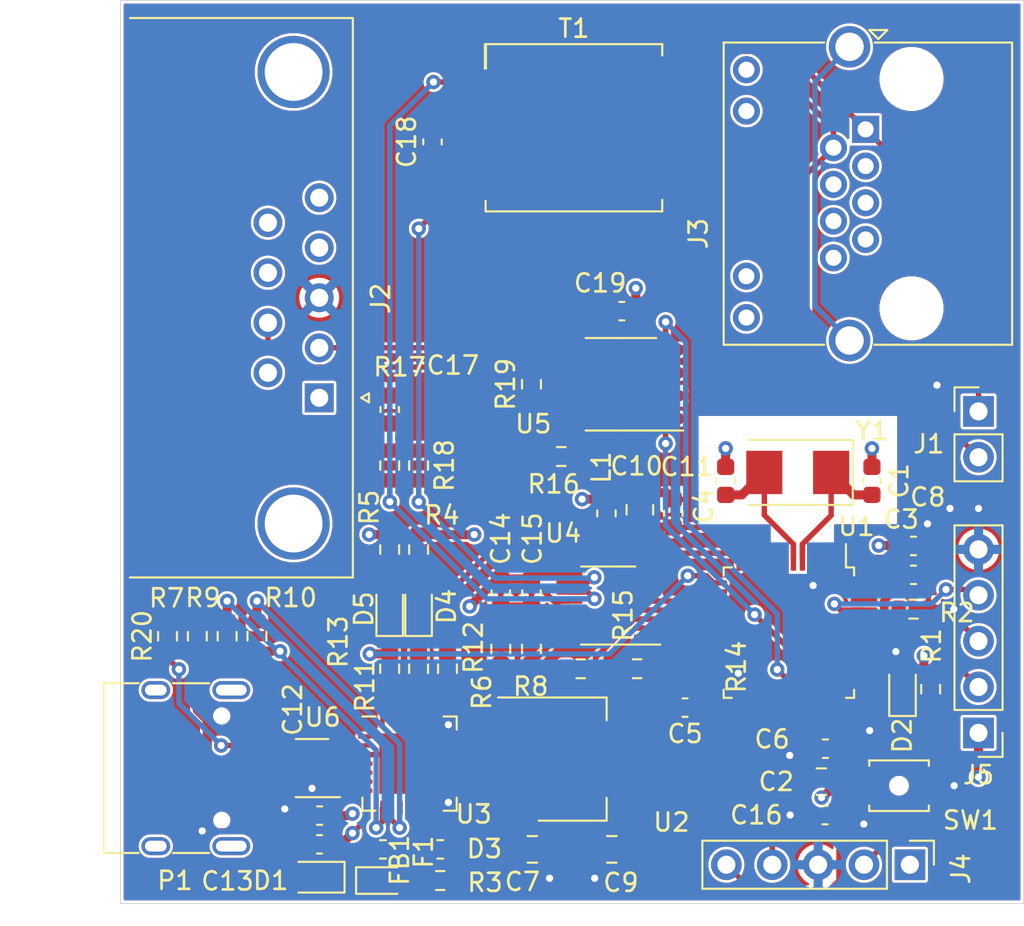
<source format=kicad_pcb>
(kicad_pcb (version 20171130) (host pcbnew "(5.1.9)-1")
  (layers (0 F.Cu signal) (1 In1.Cu power hide) (2 In2.Cu power hide) (31 B.Cu signal hide) (34 B.Paste user) (35 F.Paste user) (36 B.SilkS user) (37 F.SilkS user) (38 B.Mask user) (39 F.Mask user) (44 Edge.Cuts user))
  (net 0 "")
  (net 1 GND)
  (net 2 "Net-(C1-Pad1)")
  (net 3 +3V3)
  (net 4 "Net-(C4-Pad1)")
  (net 5 "Net-(C7-Pad1)")
  (net 6 +3.3VA)
  (net 7 NRST)
  (net 8 "Net-(C17-Pad1)")
  (net 9 "Net-(C18-Pad2)")
  (net 10 VBUS)
  (net 11 "Net-(D1-Pad1)")
  (net 12 "Net-(D2-Pad2)")
  (net 13 "Net-(D2-Pad1)")
  (net 14 "Net-(D3-Pad2)")
  (net 15 "Net-(D4-Pad2)")
  (net 16 USB_TX)
  (net 17 "Net-(D5-Pad2)")
  (net 18 USB_RX)
  (net 19 USB_DN)
  (net 20 USB_DP)
  (net 21 "Net-(F1-Pad2)")
  (net 22 isoIM)
  (net 23 isoIP)
  (net 24 "Net-(J2-Pad9)")
  (net 25 "Net-(J2-Pad8)")
  (net 26 CAN_H)
  (net 27 "Net-(J2-Pad6)")
  (net 28 "Net-(J2-Pad5)")
  (net 29 "Net-(J2-Pad4)")
  (net 30 CAN_L)
  (net 31 "Net-(J2-Pad1)")
  (net 32 GNDPWR)
  (net 33 "Net-(J3-Pad8)")
  (net 34 "Net-(J3-Pad6)")
  (net 35 "Net-(J3-Pad4)")
  (net 36 "Net-(J3-Pad7)")
  (net 37 "Net-(J3-Pad5)")
  (net 38 "Net-(J3-Pad3)")
  (net 39 SWDIO)
  (net 40 SWCLK)
  (net 41 "Net-(R2-Pad2)")
  (net 42 "Net-(R6-Pad2)")
  (net 43 "Net-(R7-Pad2)")
  (net 44 "Net-(R8-Pad2)")
  (net 45 "Net-(R10-Pad1)")
  (net 46 "Net-(R11-Pad1)")
  (net 47 "Net-(R12-Pad1)")
  (net 48 "Net-(R13-Pad1)")
  (net 49 MOSI)
  (net 50 MISO)
  (net 51 "Net-(R16-Pad2)")
  (net 52 IP)
  (net 53 IM)
  (net 54 "Net-(U1-Pad46)")
  (net 55 OLED_RST)
  (net 56 OLED_SDA)
  (net 57 OLED_SCL)
  (net 58 "Net-(U1-Pad41)")
  (net 59 "Net-(U1-Pad40)")
  (net 60 "Net-(U1-Pad38)")
  (net 61 CAN_TX)
  (net 62 CAN_RX)
  (net 63 SDA)
  (net 64 SCL)
  (net 65 "Net-(U1-Pad29)")
  (net 66 "Net-(U1-Pad28)")
  (net 67 "Net-(U1-Pad27)")
  (net 68 "Net-(U1-Pad26)")
  (net 69 "Net-(U1-Pad25)")
  (net 70 "Net-(U1-Pad22)")
  (net 71 "Net-(U1-Pad21)")
  (net 72 "Net-(U1-Pad20)")
  (net 73 "Net-(U1-Pad19)")
  (net 74 "Net-(U1-Pad18)")
  (net 75 SCK)
  (net 76 SS)
  (net 77 "Net-(U1-Pad11)")
  (net 78 "Net-(U1-Pad10)")
  (net 79 "Net-(U1-Pad4)")
  (net 80 "Net-(U1-Pad3)")
  (net 81 "Net-(U1-Pad2)")
  (net 82 "Net-(U3-Pad28)")
  (net 83 "Net-(U3-Pad27)")
  (net 84 "Net-(U3-Pad24)")
  (net 85 "Net-(U3-Pad23)")
  (net 86 "Net-(U3-Pad22)")
  (net 87 "Net-(U3-Pad21)")
  (net 88 "Net-(U3-Pad20)")
  (net 89 "Net-(U3-Pad19)")
  (net 90 "Net-(U3-Pad18)")
  (net 91 "Net-(U3-Pad17)")
  (net 92 "Net-(U3-Pad16)")
  (net 93 "Net-(U3-Pad15)")
  (net 94 "Net-(U3-Pad14)")
  (net 95 "Net-(U3-Pad13)")
  (net 96 "Net-(U3-Pad12)")
  (net 97 "Net-(U3-Pad10)")
  (net 98 "Net-(U3-Pad2)")
  (net 99 "Net-(U3-Pad1)")
  (net 100 "Net-(U5-Pad5)")
  (net 101 "Net-(P1-PadA5)")
  (net 102 "Net-(P1-PadB5)")
  (net 103 "Net-(P1-PadS1)")
  (net 104 USB_CONN_DN)
  (net 105 USB_CONN_DP)
  (module Package_TO_SOT_SMD:SOT-23-6 (layer F.Cu) (at 110.6 102.5 180)
    (fp_text reference U6 (at -0.59 2.81) (layer F.SilkS))
    (fp_text value USBLC6-2SC6)
    (pad 5 smd rect (at 1.1 0 180) (size 1.06 0.65) (layers F.Cu F.Paste F.Mask) (net 10 VBUS))
    (pad 6 smd rect (at 1.1 -0.95 180) (size 1.06 0.65) (layers F.Cu F.Paste F.Mask) (net 104 USB_CONN_DN))
    (pad 4 smd rect (at 1.1 0.95 180) (size 1.06 0.65) (layers F.Cu F.Paste F.Mask) (net 105 USB_CONN_DP))
    (pad 3 smd rect (at -1.1 0.95 180) (size 1.06 0.65) (layers F.Cu F.Paste F.Mask) (net 20 USB_DP))
    (pad 2 smd rect (at -1.1 0 180) (size 1.06 0.65) (layers F.Cu F.Paste F.Mask) (net 1 GND))
    (pad 1 smd rect (at -1.1 -0.95 180) (size 1.06 0.65) (layers F.Cu F.Paste F.Mask) (net 19 USB_DN))
  )
  (module Package_DFN_QFN:QFN-28-1EP_5x5mm_P0.5mm_EP3.35x3.35mm (layer F.Cu) (at 116 102.25)
    (fp_text reference U3 (at 3.55 2.8) (layer F.SilkS))
    (fp_text value CP2102N-A02-GQFN28R)
    (pad 29 smd rect (at 0 0) (size 3.35 3.35) (layers F.Cu F.Mask) (net 1 GND))
    (pad 28 smd roundrect (at -1.5 -2.45) (size 0.25 0.8) (layers F.Cu F.Paste F.Mask) (net 82 "Net-(U3-Pad28)"))
    (pad 27 smd roundrect (at -1 -2.45) (size 0.25 0.8) (layers F.Cu F.Paste F.Mask) (net 83 "Net-(U3-Pad27)"))
    (pad 26 smd roundrect (at -0.5 -2.45) (size 0.25 0.8) (layers F.Cu F.Paste F.Mask) (net 46 "Net-(R11-Pad1)"))
    (pad 25 smd roundrect (at 0 -2.45) (size 0.25 0.8) (layers F.Cu F.Paste F.Mask) (net 48 "Net-(R13-Pad1)"))
    (pad 24 smd roundrect (at 0.5 -2.45) (size 0.25 0.8) (layers F.Cu F.Paste F.Mask) (net 84 "Net-(U3-Pad24)"))
    (pad 23 smd roundrect (at 1 -2.45) (size 0.25 0.8) (layers F.Cu F.Paste F.Mask) (net 85 "Net-(U3-Pad23)"))
    (pad 22 smd roundrect (at 1.5 -2.45) (size 0.25 0.8) (layers F.Cu F.Paste F.Mask) (net 86 "Net-(U3-Pad22)"))
    (pad 21 smd roundrect (at 2.45 -1.5) (size 0.8 0.25) (layers F.Cu F.Paste F.Mask) (net 87 "Net-(U3-Pad21)"))
    (pad 20 smd roundrect (at 2.45 -1) (size 0.8 0.25) (layers F.Cu F.Paste F.Mask) (net 88 "Net-(U3-Pad20)"))
    (pad 19 smd roundrect (at 2.45 -0.5) (size 0.8 0.25) (layers F.Cu F.Paste F.Mask) (net 89 "Net-(U3-Pad19)"))
    (pad 18 smd roundrect (at 2.45 0) (size 0.8 0.25) (layers F.Cu F.Paste F.Mask) (net 90 "Net-(U3-Pad18)"))
    (pad 17 smd roundrect (at 2.45 0.5) (size 0.8 0.25) (layers F.Cu F.Paste F.Mask) (net 91 "Net-(U3-Pad17)"))
    (pad 16 smd roundrect (at 2.45 1) (size 0.8 0.25) (layers F.Cu F.Paste F.Mask) (net 92 "Net-(U3-Pad16)"))
    (pad 15 smd roundrect (at 2.45 1.5) (size 0.8 0.25) (layers F.Cu F.Paste F.Mask) (net 93 "Net-(U3-Pad15)"))
    (pad 14 smd roundrect (at 1.5 2.45) (size 0.25 0.8) (layers F.Cu F.Paste F.Mask) (net 94 "Net-(U3-Pad14)"))
    (pad 13 smd roundrect (at 1 2.45) (size 0.25 0.8) (layers F.Cu F.Paste F.Mask) (net 95 "Net-(U3-Pad13)"))
    (pad 12 smd roundrect (at 0.5 2.45) (size 0.25 0.8) (layers F.Cu F.Paste F.Mask) (net 96 "Net-(U3-Pad12)"))
    (pad 11 smd roundrect (at 0 2.45) (size 0.25 0.8) (layers F.Cu F.Paste F.Mask) (net 47 "Net-(R12-Pad1)"))
    (pad 10 smd roundrect (at -0.5 2.45) (size 0.25 0.8) (layers F.Cu F.Paste F.Mask) (net 97 "Net-(U3-Pad10)"))
    (pad 9 smd roundrect (at -1 2.45) (size 0.25 0.8) (layers F.Cu F.Paste F.Mask) (net 45 "Net-(R10-Pad1)"))
    (pad 8 smd roundrect (at -1.5 2.45) (size 0.25 0.8) (layers F.Cu F.Paste F.Mask) (net 43 "Net-(R7-Pad2)"))
    (pad 7 smd roundrect (at -2.45 1.5) (size 0.8 0.25) (layers F.Cu F.Paste F.Mask) (net 3 +3V3))
    (pad 6 smd roundrect (at -2.45 1) (size 0.8 0.25) (layers F.Cu F.Paste F.Mask) (net 3 +3V3))
    (pad 5 smd roundrect (at -2.45 0.5) (size 0.8 0.25) (layers F.Cu F.Paste F.Mask) (net 19 USB_DN))
    (pad 4 smd roundrect (at -2.45 0) (size 0.8 0.25) (layers F.Cu F.Paste F.Mask) (net 20 USB_DP))
    (pad 3 smd roundrect (at -2.45 -0.5) (size 0.8 0.25) (layers F.Cu F.Paste F.Mask) (net 1 GND))
    (pad 2 smd roundrect (at -2.45 -1) (size 0.8 0.25) (layers F.Cu F.Paste F.Mask) (net 98 "Net-(U3-Pad2)"))
    (pad 1 smd roundrect (at -2.45 -1.5) (size 0.8 0.25) (layers F.Cu F.Paste F.Mask) (net 99 "Net-(U3-Pad1)"))
  )
  (module Inductor_SMD:L_0603_1608Metric (layer F.Cu) (at 117.7 107 180)
    (fp_text reference FB1 (at 2.25 -0.6 270) (layer F.SilkS))
    (fp_text value "100ohm @ 100MHz")
    (pad 2 smd roundrect (at 0.7875 0 180) (size 0.875 0.95) (layers F.Cu F.Paste F.Mask) (net 21 "Net-(F1-Pad2)"))
    (pad 1 smd roundrect (at -0.7875 0 180) (size 0.875 0.95) (layers F.Cu F.Paste F.Mask) (net 5 "Net-(C7-Pad1)"))
  )
  (module Fuse:Fuse_0603_1608Metric (layer F.Cu) (at 114.525 107)
    (fp_text reference F1 (at 2.25 0.15 270) (layer F.SilkS))
    (fp_text value 500mA)
    (pad 2 smd roundrect (at 0.7875 0) (size 0.875 0.95) (layers F.Cu F.Paste F.Mask) (net 21 "Net-(F1-Pad2)"))
    (pad 1 smd roundrect (at -0.7875 0) (size 0.875 0.95) (layers F.Cu F.Paste F.Mask) (net 11 "Net-(D1-Pad1)"))
  )
  (module Resistor_SMD:R_0603_1608Metric (layer F.Cu) (at 116.5 97 90)
    (fp_text reference R13 (at 1.49 -4.45 90) (layer F.SilkS))
    (fp_text value 0)
    (pad 2 smd roundrect (at 0.825 0 90) (size 0.8 0.95) (layers F.Cu F.Paste F.Mask) (net 16 USB_TX))
    (pad 1 smd roundrect (at -0.825 0 90) (size 0.8 0.95) (layers F.Cu F.Paste F.Mask) (net 48 "Net-(R13-Pad1)"))
  )
  (module Package_QFP:LQFP-48_7x7mm_P0.5mm (layer F.Cu) (at 137 95 270)
    (fp_text reference U1 (at -5.87 -3.74 180) (layer F.SilkS))
    (fp_text value STM32F303CCTx)
    (pad 48 smd roundrect (at -2.75 -4.1625 270) (size 0.3 1.475) (layers F.Cu F.Paste F.Mask) (net 3 +3V3))
    (pad 47 smd roundrect (at -2.25 -4.1625 270) (size 0.3 1.475) (layers F.Cu F.Paste F.Mask) (net 1 GND))
    (pad 46 smd roundrect (at -1.75 -4.1625 270) (size 0.3 1.475) (layers F.Cu F.Paste F.Mask) (net 54 "Net-(U1-Pad46)"))
    (pad 45 smd roundrect (at -1.25 -4.1625 270) (size 0.3 1.475) (layers F.Cu F.Paste F.Mask) (net 55 OLED_RST))
    (pad 44 smd roundrect (at -0.75 -4.1625 270) (size 0.3 1.475) (layers F.Cu F.Paste F.Mask) (net 41 "Net-(R2-Pad2)"))
    (pad 43 smd roundrect (at -0.25 -4.1625 270) (size 0.3 1.475) (layers F.Cu F.Paste F.Mask) (net 56 OLED_SDA))
    (pad 42 smd roundrect (at 0.25 -4.1625 270) (size 0.3 1.475) (layers F.Cu F.Paste F.Mask) (net 57 OLED_SCL))
    (pad 41 smd roundrect (at 0.75 -4.1625 270) (size 0.3 1.475) (layers F.Cu F.Paste F.Mask) (net 58 "Net-(U1-Pad41)"))
    (pad 40 smd roundrect (at 1.25 -4.1625 270) (size 0.3 1.475) (layers F.Cu F.Paste F.Mask) (net 59 "Net-(U1-Pad40)"))
    (pad 39 smd roundrect (at 1.75 -4.1625 270) (size 0.3 1.475) (layers F.Cu F.Paste F.Mask) (net 12 "Net-(D2-Pad2)"))
    (pad 38 smd roundrect (at 2.25 -4.1625 270) (size 0.3 1.475) (layers F.Cu F.Paste F.Mask) (net 60 "Net-(U1-Pad38)"))
    (pad 37 smd roundrect (at 2.75 -4.1625 270) (size 0.3 1.475) (layers F.Cu F.Paste F.Mask) (net 40 SWCLK))
    (pad 36 smd roundrect (at 4.1625 -2.75 270) (size 1.475 0.3) (layers F.Cu F.Paste F.Mask) (net 3 +3V3))
    (pad 35 smd roundrect (at 4.1625 -2.25 270) (size 1.475 0.3) (layers F.Cu F.Paste F.Mask) (net 1 GND))
    (pad 34 smd roundrect (at 4.1625 -1.75 270) (size 1.475 0.3) (layers F.Cu F.Paste F.Mask) (net 39 SWDIO))
    (pad 33 smd roundrect (at 4.1625 -1.25 270) (size 1.475 0.3) (layers F.Cu F.Paste F.Mask) (net 61 CAN_TX))
    (pad 32 smd roundrect (at 4.1625 -0.75 270) (size 1.475 0.3) (layers F.Cu F.Paste F.Mask) (net 62 CAN_RX))
    (pad 31 smd roundrect (at 4.1625 -0.25 270) (size 1.475 0.3) (layers F.Cu F.Paste F.Mask) (net 63 SDA))
    (pad 30 smd roundrect (at 4.1625 0.25 270) (size 1.475 0.3) (layers F.Cu F.Paste F.Mask) (net 64 SCL))
    (pad 29 smd roundrect (at 4.1625 0.75 270) (size 1.475 0.3) (layers F.Cu F.Paste F.Mask) (net 65 "Net-(U1-Pad29)"))
    (pad 28 smd roundrect (at 4.1625 1.25 270) (size 1.475 0.3) (layers F.Cu F.Paste F.Mask) (net 66 "Net-(U1-Pad28)"))
    (pad 27 smd roundrect (at 4.1625 1.75 270) (size 1.475 0.3) (layers F.Cu F.Paste F.Mask) (net 67 "Net-(U1-Pad27)"))
    (pad 26 smd roundrect (at 4.1625 2.25 270) (size 1.475 0.3) (layers F.Cu F.Paste F.Mask) (net 68 "Net-(U1-Pad26)"))
    (pad 25 smd roundrect (at 4.1625 2.75 270) (size 1.475 0.3) (layers F.Cu F.Paste F.Mask) (net 69 "Net-(U1-Pad25)"))
    (pad 24 smd roundrect (at 2.75 4.1625 270) (size 0.3 1.475) (layers F.Cu F.Paste F.Mask) (net 3 +3V3))
    (pad 23 smd roundrect (at 2.25 4.1625 270) (size 0.3 1.475) (layers F.Cu F.Paste F.Mask) (net 1 GND))
    (pad 22 smd roundrect (at 1.75 4.1625 270) (size 0.3 1.475) (layers F.Cu F.Paste F.Mask) (net 70 "Net-(U1-Pad22)"))
    (pad 21 smd roundrect (at 1.25 4.1625 270) (size 0.3 1.475) (layers F.Cu F.Paste F.Mask) (net 71 "Net-(U1-Pad21)"))
    (pad 20 smd roundrect (at 0.75 4.1625 270) (size 0.3 1.475) (layers F.Cu F.Paste F.Mask) (net 72 "Net-(U1-Pad20)"))
    (pad 19 smd roundrect (at 0.25 4.1625 270) (size 0.3 1.475) (layers F.Cu F.Paste F.Mask) (net 73 "Net-(U1-Pad19)"))
    (pad 18 smd roundrect (at -0.25 4.1625 270) (size 0.3 1.475) (layers F.Cu F.Paste F.Mask) (net 74 "Net-(U1-Pad18)"))
    (pad 17 smd roundrect (at -0.75 4.1625 270) (size 0.3 1.475) (layers F.Cu F.Paste F.Mask) (net 49 MOSI))
    (pad 16 smd roundrect (at -1.25 4.1625 270) (size 0.3 1.475) (layers F.Cu F.Paste F.Mask) (net 50 MISO))
    (pad 15 smd roundrect (at -1.75 4.1625 270) (size 0.3 1.475) (layers F.Cu F.Paste F.Mask) (net 75 SCK))
    (pad 14 smd roundrect (at -2.25 4.1625 270) (size 0.3 1.475) (layers F.Cu F.Paste F.Mask) (net 76 SS))
    (pad 13 smd roundrect (at -2.75 4.1625 270) (size 0.3 1.475) (layers F.Cu F.Paste F.Mask) (net 18 USB_RX))
    (pad 12 smd roundrect (at -4.1625 2.75 270) (size 1.475 0.3) (layers F.Cu F.Paste F.Mask) (net 16 USB_TX))
    (pad 11 smd roundrect (at -4.1625 2.25 270) (size 1.475 0.3) (layers F.Cu F.Paste F.Mask) (net 77 "Net-(U1-Pad11)"))
    (pad 10 smd roundrect (at -4.1625 1.75 270) (size 1.475 0.3) (layers F.Cu F.Paste F.Mask) (net 78 "Net-(U1-Pad10)"))
    (pad 9 smd roundrect (at -4.1625 1.25 270) (size 1.475 0.3) (layers F.Cu F.Paste F.Mask) (net 6 +3.3VA))
    (pad 8 smd roundrect (at -4.1625 0.75 270) (size 1.475 0.3) (layers F.Cu F.Paste F.Mask) (net 1 GND))
    (pad 7 smd roundrect (at -4.1625 0.25 270) (size 1.475 0.3) (layers F.Cu F.Paste F.Mask) (net 7 NRST))
    (pad 6 smd roundrect (at -4.1625 -0.25 270) (size 1.475 0.3) (layers F.Cu F.Paste F.Mask) (net 4 "Net-(C4-Pad1)"))
    (pad 5 smd roundrect (at -4.1625 -0.75 270) (size 1.475 0.3) (layers F.Cu F.Paste F.Mask) (net 2 "Net-(C1-Pad1)"))
    (pad 4 smd roundrect (at -4.1625 -1.25 270) (size 1.475 0.3) (layers F.Cu F.Paste F.Mask) (net 79 "Net-(U1-Pad4)"))
    (pad 3 smd roundrect (at -4.1625 -1.75 270) (size 1.475 0.3) (layers F.Cu F.Paste F.Mask) (net 80 "Net-(U1-Pad3)"))
    (pad 2 smd roundrect (at -4.1625 -2.25 270) (size 1.475 0.3) (layers F.Cu F.Paste F.Mask) (net 81 "Net-(U1-Pad2)"))
    (pad 1 smd roundrect (at -4.1625 -2.75 270) (size 1.475 0.3) (layers F.Cu F.Paste F.Mask) (net 3 +3V3))
  )
  (module Button_Switch_SMD:SW_SPST_B3U-1000P-B (layer F.Cu) (at 143.1 103.475)
    (fp_text reference SW1 (at 3.95 1.915) (layer F.SilkS))
    (fp_text value Reset)
    (pad "" np_thru_hole circle (at 0 0) (size 0.8 0.8) (drill 0.8) (layers *.Cu *.Mask))
    (pad 2 smd rect (at 1.7 0) (size 0.9 1.7) (layers F.Cu F.Paste F.Mask) (net 1 GND))
    (pad 1 smd rect (at -1.7 0) (size 0.9 1.7) (layers F.Cu F.Paste F.Mask) (net 7 NRST))
  )
  (module Diode_SMD:D_SOD-323 (layer F.Cu) (at 110.9 108.54 180)
    (fp_text reference D1 (at 2.59 -0.19) (layer F.SilkS))
    (fp_text value BAT760-7)
    (pad 2 smd rect (at 1.05 0 180) (size 0.6 0.45) (layers F.Cu F.Paste F.Mask) (net 10 VBUS))
    (pad 1 smd rect (at -1.05 0 180) (size 0.6 0.45) (layers F.Cu F.Paste F.Mask) (net 11 "Net-(D1-Pad1)"))
  )
  (module Capacitor_SMD:C_0603_1608Metric (layer F.Cu) (at 111.02 105.13)
    (fp_text reference C12 (at -1.49 -5.87 90) (layer F.SilkS))
    (fp_text value 4.7u)
    (pad 2 smd roundrect (at 0.775 0) (size 0.9 0.95) (layers F.Cu F.Paste F.Mask) (net 3 +3V3))
    (pad 1 smd roundrect (at -0.775 0) (size 0.9 0.95) (layers F.Cu F.Paste F.Mask) (net 1 GND))
  )
  (module Capacitor_SMD:C_0603_1608Metric (layer F.Cu) (at 121.05 92.8 90)
    (fp_text reference C14 (at 3 0 90) (layer F.SilkS))
    (fp_text value 1u)
    (pad 2 smd roundrect (at 0.775 0 90) (size 0.9 0.95) (layers F.Cu F.Paste F.Mask) (net 3 +3V3))
    (pad 1 smd roundrect (at -0.775 0 90) (size 0.9 0.95) (layers F.Cu F.Paste F.Mask) (net 1 GND))
  )
  (module Crystal:Crystal_SMD_5032-2Pin_5.0x3.2mm (layer F.Cu) (at 137.4902 86.1314 180)
    (fp_text reference Y1 (at -4.1098 2.3014) (layer F.SilkS))
    (fp_text value 8MHz)
    (pad 2 smd rect (at 1.85 0 180) (size 2 2.4) (layers F.Cu F.Paste F.Mask) (net 4 "Net-(C4-Pad1)"))
    (pad 1 smd rect (at -1.85 0 180) (size 2 2.4) (layers F.Cu F.Paste F.Mask) (net 2 "Net-(C1-Pad1)"))
  )
  (module Package_SO:SOIC-8_3.9x4.9mm_P1.27mm (layer F.Cu) (at 127.7 81.25 180)
    (fp_text reference U5 (at 4.85 -2.2) (layer F.SilkS))
    (fp_text value SN65HVD230)
    (pad 8 smd roundrect (at 2.475 -1.905 180) (size 1.95 0.6) (layers F.Cu F.Paste F.Mask) (net 51 "Net-(R16-Pad2)"))
    (pad 7 smd roundrect (at 2.475 -0.635 180) (size 1.95 0.6) (layers F.Cu F.Paste F.Mask) (net 26 CAN_H))
    (pad 6 smd roundrect (at 2.475 0.635 180) (size 1.95 0.6) (layers F.Cu F.Paste F.Mask) (net 30 CAN_L))
    (pad 5 smd roundrect (at 2.475 1.905 180) (size 1.95 0.6) (layers F.Cu F.Paste F.Mask) (net 100 "Net-(U5-Pad5)"))
    (pad 4 smd roundrect (at -2.475 1.905 180) (size 1.95 0.6) (layers F.Cu F.Paste F.Mask) (net 62 CAN_RX))
    (pad 3 smd roundrect (at -2.475 0.635 180) (size 1.95 0.6) (layers F.Cu F.Paste F.Mask) (net 3 +3V3))
    (pad 2 smd roundrect (at -2.475 -0.635 180) (size 1.95 0.6) (layers F.Cu F.Paste F.Mask) (net 1 GND))
    (pad 1 smd roundrect (at -2.475 -1.905 180) (size 1.95 0.6) (layers F.Cu F.Paste F.Mask) (net 61 CAN_TX))
  )
  (module Package_SO:MSOP-16_3x4.039mm_P0.5mm (layer F.Cu) (at 127 93.5 180)
    (fp_text reference U4 (at 2.5 4) (layer F.SilkS))
    (fp_text value LTC6820)
    (pad 16 smd roundrect (at 2.15 -1.75 180) (size 1.45 0.3) (layers F.Cu F.Paste F.Mask) (net 44 "Net-(R8-Pad2)"))
    (pad 15 smd roundrect (at 2.15 -1.25 180) (size 1.45 0.3) (layers F.Cu F.Paste F.Mask) (net 42 "Net-(R6-Pad2)"))
    (pad 14 smd roundrect (at 2.15 -0.75 180) (size 1.45 0.3) (layers F.Cu F.Paste F.Mask) (net 1 GND))
    (pad 13 smd roundrect (at 2.15 -0.25 180) (size 1.45 0.3) (layers F.Cu F.Paste F.Mask) (net 3 +3V3))
    (pad 12 smd roundrect (at 2.15 0.25 180) (size 1.45 0.3) (layers F.Cu F.Paste F.Mask) (net 3 +3V3))
    (pad 11 smd roundrect (at 2.15 0.75 180) (size 1.45 0.3) (layers F.Cu F.Paste F.Mask) (net 52 IP))
    (pad 10 smd roundrect (at 2.15 1.25 180) (size 1.45 0.3) (layers F.Cu F.Paste F.Mask) (net 53 IM))
    (pad 9 smd roundrect (at 2.15 1.75 180) (size 1.45 0.3) (layers F.Cu F.Paste F.Mask) (net 3 +3V3))
    (pad 8 smd roundrect (at -2.15 1.75 180) (size 1.45 0.3) (layers F.Cu F.Paste F.Mask) (net 3 +3V3))
    (pad 7 smd roundrect (at -2.15 1.25 180) (size 1.45 0.3) (layers F.Cu F.Paste F.Mask) (net 3 +3V3))
    (pad 6 smd roundrect (at -2.15 0.75 180) (size 1.45 0.3) (layers F.Cu F.Paste F.Mask) (net 3 +3V3))
    (pad 5 smd roundrect (at -2.15 0.25 180) (size 1.45 0.3) (layers F.Cu F.Paste F.Mask) (net 76 SS))
    (pad 4 smd roundrect (at -2.15 -0.25 180) (size 1.45 0.3) (layers F.Cu F.Paste F.Mask) (net 75 SCK))
    (pad 3 smd roundrect (at -2.15 -0.75 180) (size 1.45 0.3) (layers F.Cu F.Paste F.Mask) (net 50 MISO))
    (pad 2 smd roundrect (at -2.15 -1.25 180) (size 1.45 0.3) (layers F.Cu F.Paste F.Mask) (net 49 MOSI))
    (pad 1 smd roundrect (at -2.15 -1.75 180) (size 1.45 0.3) (layers F.Cu F.Paste F.Mask) (net 3 +3V3))
  )
  (module Package_TO_SOT_SMD:SOT-223-3_TabPin2 (layer F.Cu) (at 125 102)
    (fp_text reference U2 (at 5.5 3.5) (layer F.SilkS))
    (fp_text value AMS1117-3.3)
    (pad 1 smd rect (at -3.15 -2.3) (size 2 1.5) (layers F.Cu F.Paste F.Mask) (net 1 GND))
    (pad 3 smd rect (at -3.15 2.3) (size 2 1.5) (layers F.Cu F.Paste F.Mask) (net 5 "Net-(C7-Pad1)"))
    (pad 2 smd rect (at -3.15 0) (size 2 1.5) (layers F.Cu F.Paste F.Mask) (net 3 +3V3))
    (pad 2 smd rect (at 3.15 0) (size 2 3.8) (layers F.Cu F.Paste F.Mask) (net 3 +3V3))
  )
  (module Transformer_SMD:Transformer_Murata_78250JC (layer F.Cu) (at 125.1 67.05)
    (fp_text reference T1 (at 0 -5.5) (layer F.SilkS))
    (fp_text value Transformer_SP_1S)
    (pad 6 smd roundrect (at 5.75 2.54) (size 1.6 1) (layers F.Cu F.Paste F.Mask))
    (pad 4 smd roundrect (at 5.75 -2.54) (size 1.6 1) (layers F.Cu F.Paste F.Mask) (net 22 isoIM))
    (pad 5 smd roundrect (at 5.75 0) (size 1.6 1) (layers F.Cu F.Paste F.Mask) (net 23 isoIP))
    (pad 3 smd roundrect (at -5.75 2.54) (size 1.6 1) (layers F.Cu F.Paste F.Mask) (net 53 IM))
    (pad 1 smd roundrect (at -5.75 -2.54) (size 1.6 1) (layers F.Cu F.Paste F.Mask) (net 52 IP))
    (pad 2 smd roundrect (at -5.75 0) (size 1.6 1) (layers F.Cu F.Paste F.Mask) (net 9 "Net-(C18-Pad2)"))
  )
  (module Resistor_SMD:R_0603_1608Metric (layer F.Cu) (at 102.6 95.2 270)
    (fp_text reference R20 (at 0 1.4 270) (layer F.SilkS))
    (fp_text value 5.1k)
    (pad 2 smd roundrect (at 0.825 0 270) (size 0.8 0.95) (layers F.Cu F.Paste F.Mask) (net 101 "Net-(P1-PadA5)"))
    (pad 1 smd roundrect (at -0.825 0 270) (size 0.8 0.95) (layers F.Cu F.Paste F.Mask) (net 1 GND))
  )
  (module Resistor_SMD:R_0603_1608Metric (layer F.Cu) (at 122.75 81.25 90)
    (fp_text reference R19 (at 0 -1.43 90) (layer F.SilkS))
    (fp_text value 10k)
    (pad 2 smd roundrect (at 0.825 0 90) (size 0.8 0.95) (layers F.Cu F.Paste F.Mask) (net 30 CAN_L))
    (pad 1 smd roundrect (at -0.825 0 90) (size 0.8 0.95) (layers F.Cu F.Paste F.Mask) (net 26 CAN_H))
  )
  (module Resistor_SMD:R_0603_1608Metric (layer F.Cu) (at 116.5 85.75 270)
    (fp_text reference R18 (at 0 -1.43 90) (layer F.SilkS))
    (fp_text value 51)
    (pad 2 smd roundrect (at 0.825 0 270) (size 0.8 0.95) (layers F.Cu F.Paste F.Mask) (net 53 IM))
    (pad 1 smd roundrect (at -0.825 0 270) (size 0.8 0.95) (layers F.Cu F.Paste F.Mask) (net 8 "Net-(C17-Pad1)"))
  )
  (module Resistor_SMD:R_0603_1608Metric (layer F.Cu) (at 114.9 85.75 90)
    (fp_text reference R17 (at 5.45 0.55 180) (layer F.SilkS))
    (fp_text value 51)
    (pad 2 smd roundrect (at 0.825 0 90) (size 0.8 0.95) (layers F.Cu F.Paste F.Mask) (net 8 "Net-(C17-Pad1)"))
    (pad 1 smd roundrect (at -0.825 0 90) (size 0.8 0.95) (layers F.Cu F.Paste F.Mask) (net 52 IP))
  )
  (module Resistor_SMD:R_0603_1608Metric (layer F.Cu) (at 124.4 85.25)
    (fp_text reference R16 (at -0.42 1.53) (layer F.SilkS))
    (fp_text value 10k)
    (pad 2 smd roundrect (at 0.825 0) (size 0.8 0.95) (layers F.Cu F.Paste F.Mask) (net 51 "Net-(R16-Pad2)"))
    (pad 1 smd roundrect (at -0.825 0) (size 0.8 0.95) (layers F.Cu F.Paste F.Mask) (net 1 GND))
  )
  (module Resistor_SMD:R_0603_1608Metric (layer F.Cu) (at 125.475 97 180)
    (fp_text reference R15 (at -2.35 2.95 270) (layer F.SilkS))
    (fp_text value 2k)
    (pad 2 smd roundrect (at 0.825 0 180) (size 0.8 0.95) (layers F.Cu F.Paste F.Mask) (net 3 +3V3))
    (pad 1 smd roundrect (at -0.825 0 180) (size 0.8 0.95) (layers F.Cu F.Paste F.Mask) (net 50 MISO))
  )
  (module Resistor_SMD:R_0603_1608Metric (layer F.Cu) (at 128.6 97 180)
    (fp_text reference R14 (at -5.5 0.1 90) (layer F.SilkS))
    (fp_text value 2k)
    (pad 2 smd roundrect (at 0.825 0 180) (size 0.8 0.95) (layers F.Cu F.Paste F.Mask) (net 3 +3V3))
    (pad 1 smd roundrect (at -0.825 0 180) (size 0.8 0.95) (layers F.Cu F.Paste F.Mask) (net 49 MOSI))
  )
  (module Resistor_SMD:R_0603_1608Metric (layer F.Cu) (at 118.1 97 90)
    (fp_text reference R12 (at 1.18 1.44 90) (layer F.SilkS))
    (fp_text value 10k)
    (pad 2 smd roundrect (at 0.825 0 90) (size 0.8 0.95) (layers F.Cu F.Paste F.Mask) (net 1 GND))
    (pad 1 smd roundrect (at -0.825 0 90) (size 0.8 0.95) (layers F.Cu F.Paste F.Mask) (net 47 "Net-(R12-Pad1)"))
  )
  (module Resistor_SMD:R_0603_1608Metric (layer F.Cu) (at 114.9 97 90)
    (fp_text reference R11 (at -0.96 -1.37 90) (layer F.SilkS))
    (fp_text value 0)
    (pad 2 smd roundrect (at 0.825 0 90) (size 0.8 0.95) (layers F.Cu F.Paste F.Mask) (net 18 USB_RX))
    (pad 1 smd roundrect (at -0.825 0 90) (size 0.8 0.95) (layers F.Cu F.Paste F.Mask) (net 46 "Net-(R11-Pad1)"))
  )
  (module Resistor_SMD:R_0603_1608Metric (layer F.Cu) (at 107.55 95.2 270)
    (fp_text reference R10 (at -2.13 -1.87 180) (layer F.SilkS))
    (fp_text value 1k)
    (pad 2 smd roundrect (at 0.825 0 270) (size 0.8 0.95) (layers F.Cu F.Paste F.Mask) (net 3 +3V3))
    (pad 1 smd roundrect (at -0.825 0 270) (size 0.8 0.95) (layers F.Cu F.Paste F.Mask) (net 45 "Net-(R10-Pad1)"))
  )
  (module Resistor_SMD:R_0603_1608Metric (layer F.Cu) (at 105.9 95.2 270)
    (fp_text reference R9 (at -2.13 1.34 180) (layer F.SilkS))
    (fp_text value 47.5k)
    (pad 2 smd roundrect (at 0.825 0 270) (size 0.8 0.95) (layers F.Cu F.Paste F.Mask) (net 1 GND))
    (pad 1 smd roundrect (at -0.825 0 270) (size 0.8 0.95) (layers F.Cu F.Paste F.Mask) (net 43 "Net-(R7-Pad2)"))
  )
  (module Resistor_SMD:R_0603_1608Metric (layer F.Cu) (at 122.75 95.9 270)
    (fp_text reference R8 (at 2.08 0.04 180) (layer F.SilkS))
    (fp_text value 1.2k)
    (pad 2 smd roundrect (at 0.825 0 270) (size 0.8 0.95) (layers F.Cu F.Paste F.Mask) (net 44 "Net-(R8-Pad2)"))
    (pad 1 smd roundrect (at -0.825 0 270) (size 0.8 0.95) (layers F.Cu F.Paste F.Mask) (net 42 "Net-(R6-Pad2)"))
  )
  (module Resistor_SMD:R_0603_1608Metric (layer F.Cu) (at 104.25 95.2 90)
    (fp_text reference R7 (at 2.11 -1.7 180) (layer F.SilkS))
    (fp_text value 22.1k)
    (pad 2 smd roundrect (at 0.825 0 90) (size 0.8 0.95) (layers F.Cu F.Paste F.Mask) (net 43 "Net-(R7-Pad2)"))
    (pad 1 smd roundrect (at -0.825 0 90) (size 0.8 0.95) (layers F.Cu F.Paste F.Mask) (net 10 VBUS))
  )
  (module Resistor_SMD:R_0603_1608Metric (layer F.Cu) (at 121.05 95.9 90)
    (fp_text reference R6 (at -2.4 -1.05 90) (layer F.SilkS))
    (fp_text value 868)
    (pad 2 smd roundrect (at 0.825 0 90) (size 0.8 0.95) (layers F.Cu F.Paste F.Mask) (net 42 "Net-(R6-Pad2)"))
    (pad 1 smd roundrect (at -0.825 0 90) (size 0.8 0.95) (layers F.Cu F.Paste F.Mask) (net 1 GND))
  )
  (module Resistor_SMD:R_0603_1608Metric (layer F.Cu) (at 114.9 90.4 270)
    (fp_text reference R5 (at -2.33 1.13 270) (layer F.SilkS))
    (fp_text value 2.2k)
    (pad 2 smd roundrect (at 0.825 0 270) (size 0.8 0.95) (layers F.Cu F.Paste F.Mask) (net 17 "Net-(D5-Pad2)"))
    (pad 1 smd roundrect (at -0.825 0 270) (size 0.8 0.95) (layers F.Cu F.Paste F.Mask) (net 3 +3V3))
  )
  (module Resistor_SMD:R_0603_1608Metric (layer F.Cu) (at 116.5 90.4 270)
    (fp_text reference R4 (at -1.9 -1.29 180) (layer F.SilkS))
    (fp_text value 2.2k)
    (pad 2 smd roundrect (at 0.825 0 270) (size 0.8 0.95) (layers F.Cu F.Paste F.Mask) (net 15 "Net-(D4-Pad2)"))
    (pad 1 smd roundrect (at -0.825 0 270) (size 0.8 0.95) (layers F.Cu F.Paste F.Mask) (net 3 +3V3))
  )
  (module Resistor_SMD:R_0603_1608Metric (layer F.Cu) (at 117.7 108.725 180)
    (fp_text reference R3 (at -2.48 -0.115) (layer F.SilkS))
    (fp_text value 2.2k)
    (pad 2 smd roundrect (at 0.825 0 180) (size 0.8 0.95) (layers F.Cu F.Paste F.Mask) (net 14 "Net-(D3-Pad2)"))
    (pad 1 smd roundrect (at -0.825 0 180) (size 0.8 0.95) (layers F.Cu F.Paste F.Mask) (net 21 "Net-(F1-Pad2)"))
  )
  (module Resistor_SMD:R_0603_1608Metric (layer F.Cu) (at 143.9 93.7 180)
    (fp_text reference R2 (at -2.4 -0.2) (layer F.SilkS))
    (fp_text value 100k)
    (pad 2 smd roundrect (at 0.825 0 180) (size 0.8 0.95) (layers F.Cu F.Paste F.Mask) (net 41 "Net-(R2-Pad2)"))
    (pad 1 smd roundrect (at -0.825 0 180) (size 0.8 0.95) (layers F.Cu F.Paste F.Mask) (net 1 GND))
  )
  (module Resistor_SMD:R_0603_1608Metric (layer F.Cu) (at 144.85 98.13 270)
    (fp_text reference R1 (at -2.4 -0.05 90) (layer F.SilkS))
    (fp_text value 2.2k)
    (pad 2 smd roundrect (at 0.825 0 270) (size 0.8 0.95) (layers F.Cu F.Paste F.Mask) (net 13 "Net-(D2-Pad1)"))
    (pad 1 smd roundrect (at -0.825 0 270) (size 0.8 0.95) (layers F.Cu F.Paste F.Mask) (net 3 +3V3))
  )
  (module Connector_USB:USB_C_Receptacle_HRO_TYPE-C-31-M-12 (layer F.Cu) (at 103 102.5 270)
    (fp_text reference P1 (at 6.23 -0.01 180) (layer F.SilkS))
    (fp_text value USB_C)
    (pad B1 smd rect (at 3.25 -4.045 270) (size 0.6 1.45) (layers F.Cu F.Paste F.Mask) (net 1 GND))
    (pad A9 smd rect (at 2.45 -4.045 270) (size 0.6 1.45) (layers F.Cu F.Paste F.Mask) (net 10 VBUS))
    (pad B9 smd rect (at -2.45 -4.045 270) (size 0.6 1.45) (layers F.Cu F.Paste F.Mask) (net 10 VBUS))
    (pad B12 smd rect (at -3.25 -4.045 270) (size 0.6 1.45) (layers F.Cu F.Paste F.Mask) (net 1 GND))
    (pad A1 smd rect (at -3.25 -4.045 270) (size 0.6 1.45) (layers F.Cu F.Paste F.Mask) (net 1 GND))
    (pad A4 smd rect (at -2.45 -4.045 270) (size 0.6 1.45) (layers F.Cu F.Paste F.Mask) (net 10 VBUS))
    (pad B4 smd rect (at 2.45 -4.045 270) (size 0.6 1.45) (layers F.Cu F.Paste F.Mask) (net 10 VBUS))
    (pad A12 smd rect (at 3.25 -4.045 270) (size 0.6 1.45) (layers F.Cu F.Paste F.Mask) (net 1 GND))
    (pad B8 smd rect (at -1.75 -4.045 270) (size 0.3 1.45) (layers F.Cu F.Paste F.Mask))
    (pad A5 smd rect (at -1.25 -4.045 270) (size 0.3 1.45) (layers F.Cu F.Paste F.Mask) (net 101 "Net-(P1-PadA5)"))
    (pad B7 smd rect (at -0.75 -4.045 270) (size 0.3 1.45) (layers F.Cu F.Paste F.Mask))
    (pad A7 smd rect (at 0.25 -4.045 270) (size 0.3 1.45) (layers F.Cu F.Paste F.Mask) (net 104 USB_CONN_DN))
    (pad B6 smd rect (at 0.75 -4.045 270) (size 0.3 1.45) (layers F.Cu F.Paste F.Mask))
    (pad A8 smd rect (at 1.25 -4.045 270) (size 0.3 1.45) (layers F.Cu F.Paste F.Mask))
    (pad B5 smd rect (at 1.75 -4.045 270) (size 0.3 1.45) (layers F.Cu F.Paste F.Mask) (net 102 "Net-(P1-PadB5)"))
    (pad A6 smd rect (at -0.25 -4.045 270) (size 0.3 1.45) (layers F.Cu F.Paste F.Mask) (net 105 USB_CONN_DP))
    (pad S1 thru_hole oval (at 4.32 -3.13 270) (size 1 2.1) (drill oval 0.6 1.7) (layers *.Cu *.Mask) (net 103 "Net-(P1-PadS1)"))
    (pad S1 thru_hole oval (at -4.32 -3.13 270) (size 1 2.1) (drill oval 0.6 1.7) (layers *.Cu *.Mask) (net 103 "Net-(P1-PadS1)"))
    (pad "" np_thru_hole circle (at -2.89 -2.6 270) (size 0.65 0.65) (drill 0.65) (layers *.Cu *.Mask))
    (pad S1 thru_hole oval (at -4.32 1.05 270) (size 1 1.6) (drill oval 0.6 1.2) (layers *.Cu *.Mask) (net 103 "Net-(P1-PadS1)"))
    (pad "" np_thru_hole circle (at 2.89 -2.6 270) (size 0.65 0.65) (drill 0.65) (layers *.Cu *.Mask))
    (pad S1 thru_hole oval (at 4.32 1.05 270) (size 1 1.6) (drill oval 0.6 1.2) (layers *.Cu *.Mask) (net 103 "Net-(P1-PadS1)"))
  )
  (module Inductor_SMD:L_0603_1608Metric (layer F.Cu) (at 126.9 88.4 270)
    (fp_text reference L1 (at -2.54 0.28 90) (layer F.SilkS))
    (fp_text value 39n)
    (pad 2 smd roundrect (at 0.7875 0 270) (size 0.875 0.95) (layers F.Cu F.Paste F.Mask) (net 6 +3.3VA))
    (pad 1 smd roundrect (at -0.7875 0 270) (size 0.875 0.95) (layers F.Cu F.Paste F.Mask) (net 3 +3V3))
  )
  (module Connector_PinHeader_2.54mm:PinHeader_1x05_P2.54mm_Vertical (layer F.Cu) (at 147.5 100.55 180)
    (fp_text reference J5 (at 0 -2.33) (layer F.SilkS))
    (fp_text value OLED)
    (pad 5 thru_hole oval (at 0 10.16 180) (size 1.7 1.7) (drill 1) (layers *.Cu *.Mask) (net 1 GND))
    (pad 4 thru_hole oval (at 0 7.62 180) (size 1.7 1.7) (drill 1) (layers *.Cu *.Mask) (net 55 OLED_RST))
    (pad 3 thru_hole oval (at 0 5.08 180) (size 1.7 1.7) (drill 1) (layers *.Cu *.Mask) (net 56 OLED_SDA))
    (pad 2 thru_hole oval (at 0 2.54 180) (size 1.7 1.7) (drill 1) (layers *.Cu *.Mask) (net 57 OLED_SCL))
    (pad 1 thru_hole rect (at 0 0 180) (size 1.7 1.7) (drill 1) (layers *.Cu *.Mask) (net 3 +3V3))
  )
  (module Connector_PinHeader_2.54mm:PinHeader_1x05_P2.54mm_Vertical (layer F.Cu) (at 143.7 107.85 270)
    (fp_text reference J4 (at 0.225 -2.825 90) (layer F.SilkS))
    (fp_text value STLink)
    (pad 5 thru_hole oval (at 0 10.16 270) (size 1.7 1.7) (drill 1) (layers *.Cu *.Mask) (net 7 NRST))
    (pad 4 thru_hole oval (at 0 7.62 270) (size 1.7 1.7) (drill 1) (layers *.Cu *.Mask) (net 39 SWDIO))
    (pad 3 thru_hole oval (at 0 5.08 270) (size 1.7 1.7) (drill 1) (layers *.Cu *.Mask) (net 1 GND))
    (pad 2 thru_hole oval (at 0 2.54 270) (size 1.7 1.7) (drill 1) (layers *.Cu *.Mask) (net 40 SWCLK))
    (pad 1 thru_hole rect (at 0 0 270) (size 1.7 1.7) (drill 1) (layers *.Cu *.Mask) (net 3 +3V3))
  )
  (module Connector_RJ:RJ45_Amphenol_RJHSE538X (layer F.Cu) (at 141.25 67.136 270)
    (fp_text reference J3 (at 5.774 9.26 90) (layer F.SilkS))
    (fp_text value RJ45_Shielded)
    (pad 12 thru_hole circle (at 10.42 6.6 270) (size 1.5 1.5) (drill 0.89) (layers *.Cu *.Mask))
    (pad 11 thru_hole circle (at 8.13 6.6 270) (size 1.5 1.5) (drill 0.89) (layers *.Cu *.Mask))
    (pad 10 thru_hole circle (at -1.01 6.6 270) (size 1.5 1.5) (drill 0.89) (layers *.Cu *.Mask))
    (pad 9 thru_hole circle (at -3.3 6.6 270) (size 1.5 1.5) (drill 0.89) (layers *.Cu *.Mask))
    (pad SH thru_hole circle (at -4.57 0.89 270) (size 2.3 2.3) (drill 1.57) (layers *.Cu *.Mask) (net 32 GNDPWR))
    (pad SH thru_hole circle (at 11.69 0.89 270) (size 2.3 2.3) (drill 1.57) (layers *.Cu *.Mask) (net 32 GNDPWR))
    (pad "" np_thru_hole circle (at 9.91 -2.54 270) (size 3.25 3.25) (drill 3.25) (layers *.Cu *.Mask))
    (pad "" np_thru_hole circle (at -2.79 -2.54 270) (size 3.25 3.25) (drill 3.25) (layers *.Cu *.Mask))
    (pad 8 thru_hole circle (at 7.112 1.78 270) (size 1.5 1.5) (drill 0.89) (layers *.Cu *.Mask) (net 33 "Net-(J3-Pad8)"))
    (pad 6 thru_hole circle (at 5.08 1.78 270) (size 1.5 1.5) (drill 0.89) (layers *.Cu *.Mask) (net 34 "Net-(J3-Pad6)"))
    (pad 4 thru_hole circle (at 3.048 1.78 270) (size 1.5 1.5) (drill 0.89) (layers *.Cu *.Mask) (net 35 "Net-(J3-Pad4)"))
    (pad 2 thru_hole circle (at 1.016 1.78 270) (size 1.5 1.5) (drill 0.89) (layers *.Cu *.Mask) (net 22 isoIM))
    (pad 7 thru_hole circle (at 6.096 0 270) (size 1.5 1.5) (drill 0.89) (layers *.Cu *.Mask) (net 36 "Net-(J3-Pad7)"))
    (pad 5 thru_hole circle (at 4.064 0 270) (size 1.5 1.5) (drill 0.89) (layers *.Cu *.Mask) (net 37 "Net-(J3-Pad5)"))
    (pad 3 thru_hole circle (at 2.032 0 270) (size 1.5 1.5) (drill 0.89) (layers *.Cu *.Mask) (net 38 "Net-(J3-Pad3)"))
    (pad 1 thru_hole rect (at 0 0 270) (size 1.5 1.5) (drill 0.89) (layers *.Cu *.Mask) (net 23 isoIP))
  )
  (module Connector_Dsub:DSUB-9_Female_Horizontal_P2.77x2.84mm_EdgePinOffset7.70mm_Housed_MountingHolesOffset9.12mm (layer F.Cu) (at 111 82 270)
    (fp_text reference J2 (at -5.5 -3.4 90) (layer F.SilkS))
    (fp_text value DB9_Female)
    (pad 0 thru_hole circle (at 6.96 1.42 270) (size 4 4) (drill 3.2) (layers *.Cu *.Mask))
    (pad 0 thru_hole circle (at -18.04 1.42 270) (size 4 4) (drill 3.2) (layers *.Cu *.Mask))
    (pad 9 thru_hole circle (at -9.695 2.84 270) (size 1.6 1.6) (drill 1) (layers *.Cu *.Mask) (net 24 "Net-(J2-Pad9)"))
    (pad 8 thru_hole circle (at -6.925 2.84 270) (size 1.6 1.6) (drill 1) (layers *.Cu *.Mask) (net 25 "Net-(J2-Pad8)"))
    (pad 7 thru_hole circle (at -4.155 2.84 270) (size 1.6 1.6) (drill 1) (layers *.Cu *.Mask) (net 26 CAN_H))
    (pad 6 thru_hole circle (at -1.385 2.84 270) (size 1.6 1.6) (drill 1) (layers *.Cu *.Mask) (net 27 "Net-(J2-Pad6)"))
    (pad 5 thru_hole circle (at -11.08 0 270) (size 1.6 1.6) (drill 1) (layers *.Cu *.Mask) (net 28 "Net-(J2-Pad5)"))
    (pad 4 thru_hole circle (at -8.31 0 270) (size 1.6 1.6) (drill 1) (layers *.Cu *.Mask) (net 29 "Net-(J2-Pad4)"))
    (pad 3 thru_hole circle (at -5.54 0 270) (size 1.6 1.6) (drill 1) (layers *.Cu *.Mask) (net 1 GND))
    (pad 2 thru_hole circle (at -2.77 0 270) (size 1.6 1.6) (drill 1) (layers *.Cu *.Mask) (net 30 CAN_L))
    (pad 1 thru_hole rect (at 0 0 270) (size 1.6 1.6) (drill 1) (layers *.Cu *.Mask) (net 31 "Net-(J2-Pad1)"))
  )
  (module Connector_PinHeader_2.54mm:PinHeader_1x02_P2.54mm_Vertical (layer F.Cu) (at 147.5 82.75)
    (fp_text reference J1 (at -2.75 1.81) (layer F.SilkS))
    (fp_text value Conn_01x02)
    (pad 2 thru_hole oval (at 0 2.54) (size 1.7 1.7) (drill 1) (layers *.Cu *.Mask) (net 22 isoIM))
    (pad 1 thru_hole rect (at 0 0) (size 1.7 1.7) (drill 1) (layers *.Cu *.Mask) (net 23 isoIP))
  )
  (module LED_SMD:LED_0603_1608Metric (layer F.Cu) (at 114.9 93.7 90)
    (fp_text reference D5 (at 0 -1.43 90) (layer F.SilkS))
    (fp_text value LED_Red)
    (pad 2 smd roundrect (at 0.7875 0 90) (size 0.875 0.95) (layers F.Cu F.Paste F.Mask) (net 17 "Net-(D5-Pad2)"))
    (pad 1 smd roundrect (at -0.7875 0 90) (size 0.875 0.95) (layers F.Cu F.Paste F.Mask) (net 18 USB_RX))
  )
  (module LED_SMD:LED_0603_1608Metric (layer F.Cu) (at 116.5 93.7 90)
    (fp_text reference D4 (at 0.15 1.55 90) (layer F.SilkS))
    (fp_text value LED_Red)
    (pad 2 smd roundrect (at 0.7875 0 90) (size 0.875 0.95) (layers F.Cu F.Paste F.Mask) (net 15 "Net-(D4-Pad2)"))
    (pad 1 smd roundrect (at -0.7875 0 90) (size 0.875 0.95) (layers F.Cu F.Paste F.Mask) (net 16 USB_TX))
  )
  (module LED_SMD:LED_0603_1608Metric (layer F.Cu) (at 114.525 108.725)
    (fp_text reference D3 (at 5.615 -1.755) (layer F.SilkS))
    (fp_text value LED_Red)
    (pad 2 smd roundrect (at 0.7875 0) (size 0.875 0.95) (layers F.Cu F.Paste F.Mask) (net 14 "Net-(D3-Pad2)"))
    (pad 1 smd roundrect (at -0.7875 0) (size 0.875 0.95) (layers F.Cu F.Paste F.Mask) (net 1 GND))
  )
  (module LED_SMD:LED_0603_1608Metric (layer F.Cu) (at 143.29 98.13 90)
    (fp_text reference D2 (at -2.57 -0.01 90) (layer F.SilkS))
    (fp_text value LED_Red)
    (pad 2 smd roundrect (at 0.7875 0 90) (size 0.875 0.95) (layers F.Cu F.Paste F.Mask) (net 12 "Net-(D2-Pad2)"))
    (pad 1 smd roundrect (at -0.7875 0 90) (size 0.875 0.95) (layers F.Cu F.Paste F.Mask) (net 13 "Net-(D2-Pad1)"))
  )
  (module Capacitor_SMD:C_0603_1608Metric (layer F.Cu) (at 127.75 77.2)
    (fp_text reference C19 (at -1.2 -1.55) (layer F.SilkS))
    (fp_text value 100n)
    (pad 2 smd roundrect (at 0.775 0) (size 0.9 0.95) (layers F.Cu F.Paste F.Mask) (net 3 +3V3))
    (pad 1 smd roundrect (at -0.775 0) (size 0.9 0.95) (layers F.Cu F.Paste F.Mask) (net 1 GND))
  )
  (module Capacitor_SMD:C_0603_1608Metric (layer F.Cu) (at 117.27 67.83 90)
    (fp_text reference C18 (at 0 -1.43 90) (layer F.SilkS))
    (fp_text value 10n)
    (pad 2 smd roundrect (at 0.775 0 90) (size 0.9 0.95) (layers F.Cu F.Paste F.Mask) (net 9 "Net-(C18-Pad2)"))
    (pad 1 smd roundrect (at -0.775 0 90) (size 0.9 0.95) (layers F.Cu F.Paste F.Mask) (net 1 GND))
  )
  (module Capacitor_SMD:C_0603_1608Metric (layer F.Cu) (at 114.9 82.65 90)
    (fp_text reference C17 (at 2.45 3.5 180) (layer F.SilkS))
    (fp_text value 10n)
    (pad 2 smd roundrect (at 0.775 0 90) (size 0.9 0.95) (layers F.Cu F.Paste F.Mask) (net 1 GND))
    (pad 1 smd roundrect (at -0.775 0 90) (size 0.9 0.95) (layers F.Cu F.Paste F.Mask) (net 8 "Net-(C17-Pad1)"))
  )
  (module Capacitor_SMD:C_0603_1608Metric (layer F.Cu) (at 139 105.1)
    (fp_text reference C16 (at -3.8 0) (layer F.SilkS))
    (fp_text value 0.1u)
    (pad 2 smd roundrect (at 0.775 0) (size 0.9 0.95) (layers F.Cu F.Paste F.Mask) (net 7 NRST))
    (pad 1 smd roundrect (at -0.775 0) (size 0.9 0.95) (layers F.Cu F.Paste F.Mask) (net 1 GND))
  )
  (module Capacitor_SMD:C_0603_1608Metric (layer F.Cu) (at 122.75 92.8 90)
    (fp_text reference C15 (at 3 0.05 90) (layer F.SilkS))
    (fp_text value 100n)
    (pad 2 smd roundrect (at 0.775 0 90) (size 0.9 0.95) (layers F.Cu F.Paste F.Mask) (net 3 +3V3))
    (pad 1 smd roundrect (at -0.775 0 90) (size 0.9 0.95) (layers F.Cu F.Paste F.Mask) (net 1 GND))
  )
  (module Capacitor_SMD:C_0603_1608Metric (layer F.Cu) (at 111.02 106.72)
    (fp_text reference C13 (at -5.1 2.04) (layer F.SilkS))
    (fp_text value 0.1u)
    (pad 2 smd roundrect (at 0.775 0) (size 0.9 0.95) (layers F.Cu F.Paste F.Mask) (net 3 +3V3))
    (pad 1 smd roundrect (at -0.775 0) (size 0.9 0.95) (layers F.Cu F.Paste F.Mask) (net 1 GND))
  )
  (module Capacitor_SMD:C_0603_1608Metric (layer F.Cu) (at 130.6 88.4 90)
    (fp_text reference C11 (at 2.58 0.75 180) (layer F.SilkS))
    (fp_text value 10n)
    (pad 2 smd roundrect (at 0.775 0 90) (size 0.9 0.95) (layers F.Cu F.Paste F.Mask) (net 1 GND))
    (pad 1 smd roundrect (at -0.775 0 90) (size 0.9 0.95) (layers F.Cu F.Paste F.Mask) (net 6 +3.3VA))
  )
  (module Capacitor_SMD:C_0805_2012Metric (layer F.Cu) (at 128.75 88.2 90)
    (fp_text reference C10 (at 2.42 -0.18 180) (layer F.SilkS))
    (fp_text value 1u)
    (pad 2 smd roundrect (at 0.95 0 90) (size 1 1.45) (layers F.Cu F.Paste F.Mask) (net 1 GND))
    (pad 1 smd roundrect (at -0.95 0 90) (size 1 1.45) (layers F.Cu F.Paste F.Mask) (net 6 +3.3VA))
  )
  (module Capacitor_SMD:C_0805_2012Metric (layer F.Cu) (at 127.2 107 180)
    (fp_text reference C9 (at -0.5 -1.84) (layer F.SilkS))
    (fp_text value 10u)
    (pad 2 smd roundrect (at 0.95 0 180) (size 1 1.45) (layers F.Cu F.Paste F.Mask) (net 1 GND))
    (pad 1 smd roundrect (at -0.95 0 180) (size 1 1.45) (layers F.Cu F.Paste F.Mask) (net 3 +3V3))
  )
  (module Capacitor_SMD:C_0603_1608Metric (layer F.Cu) (at 143.9 91.8)
    (fp_text reference C8 (at 0.79 -4.3) (layer F.SilkS))
    (fp_text value 100n)
    (pad 2 smd roundrect (at 0.775 0) (size 0.9 0.95) (layers F.Cu F.Paste F.Mask) (net 1 GND))
    (pad 1 smd roundrect (at -0.775 0) (size 0.9 0.95) (layers F.Cu F.Paste F.Mask) (net 3 +3V3))
  )
  (module Capacitor_SMD:C_0805_2012Metric (layer F.Cu) (at 122.8 107)
    (fp_text reference C7 (at -0.55 1.79) (layer F.SilkS))
    (fp_text value 10u)
    (pad 2 smd roundrect (at 0.95 0) (size 1 1.45) (layers F.Cu F.Paste F.Mask) (net 1 GND))
    (pad 1 smd roundrect (at -0.95 0) (size 1 1.45) (layers F.Cu F.Paste F.Mask) (net 5 "Net-(C7-Pad1)"))
  )
  (module Capacitor_SMD:C_0603_1608Metric (layer F.Cu) (at 139.025 101.425 180)
    (fp_text reference C6 (at 2.955 0.525) (layer F.SilkS))
    (fp_text value 100n)
    (pad 2 smd roundrect (at 0.775 0 180) (size 0.9 0.95) (layers F.Cu F.Paste F.Mask) (net 1 GND))
    (pad 1 smd roundrect (at -0.775 0 180) (size 0.9 0.95) (layers F.Cu F.Paste F.Mask) (net 3 +3V3))
  )
  (module Capacitor_SMD:C_0603_1608Metric (layer F.Cu) (at 131.25 99.15 180)
    (fp_text reference C5 (at 0 -1.45) (layer F.SilkS))
    (fp_text value 100n)
    (pad 2 smd roundrect (at 0.775 0 180) (size 0.9 0.95) (layers F.Cu F.Paste F.Mask) (net 1 GND))
    (pad 1 smd roundrect (at -0.775 0 180) (size 0.9 0.95) (layers F.Cu F.Paste F.Mask) (net 3 +3V3))
  )
  (module Capacitor_SMD:C_0603_1608Metric (layer F.Cu) (at 133.5 86.6 90)
    (fp_text reference C4 (at -1.39 -1.22 90) (layer F.SilkS))
    (fp_text value 18p)
    (pad 2 smd roundrect (at 0.775 0 90) (size 0.9 0.95) (layers F.Cu F.Paste F.Mask) (net 1 GND))
    (pad 1 smd roundrect (at -0.775 0 90) (size 0.9 0.95) (layers F.Cu F.Paste F.Mask) (net 4 "Net-(C4-Pad1)"))
  )
  (module Capacitor_SMD:C_0603_1608Metric (layer F.Cu) (at 143.9 90.2)
    (fp_text reference C3 (at -0.68 -1.47) (layer F.SilkS))
    (fp_text value 100n)
    (pad 2 smd roundrect (at 0.775 0) (size 0.9 0.95) (layers F.Cu F.Paste F.Mask) (net 1 GND))
    (pad 1 smd roundrect (at -0.775 0) (size 0.9 0.95) (layers F.Cu F.Paste F.Mask) (net 3 +3V3))
  )
  (module Capacitor_SMD:C_0805_2012Metric (layer F.Cu) (at 138.8 103.25 180)
    (fp_text reference C2 (at 2.5 0) (layer F.SilkS))
    (fp_text value 4u7)
    (pad 2 smd roundrect (at 0.95 0 180) (size 1 1.45) (layers F.Cu F.Paste F.Mask) (net 1 GND))
    (pad 1 smd roundrect (at -0.95 0 180) (size 1 1.45) (layers F.Cu F.Paste F.Mask) (net 3 +3V3))
  )
  (module Capacitor_SMD:C_0603_1608Metric (layer F.Cu) (at 141.6 86.6 90)
    (fp_text reference C1 (at 0 1.5 90) (layer F.SilkS))
    (fp_text value 18p)
    (pad 2 smd roundrect (at 0.775 0 90) (size 0.9 0.95) (layers F.Cu F.Paste F.Mask) (net 1 GND))
    (pad 1 smd roundrect (at -0.775 0 90) (size 0.9 0.95) (layers F.Cu F.Paste F.Mask) (net 2 "Net-(C1-Pad1)"))
  )
  (gr_line (start 100 110) (end 100 60) (layer Edge.Cuts) (width 0.05))
  (gr_line (start 150 110) (end 100 110) (layer Edge.Cuts) (width 0.05))
  (gr_line (start 150 60) (end 150 110) (layer Edge.Cuts) (width 0.05))
  (gr_line (start 100 60) (end 150 60) (layer Edge.Cuts) (width 0.05))
  (via (at 145.7 92.61) (size 0.8) (drill 0.4) (layers F.Cu B.Cu) (net 55))
  (via (at 137.05 101.8) (size 0.8) (drill 0.4) (layers F.Cu B.Cu) (net 1))
  (via (at 137.07 105.1) (size 0.8) (drill 0.4) (layers F.Cu B.Cu) (net 1))
  (via (at 134.2 97.25) (size 0.8) (drill 0.4) (layers F.Cu B.Cu) (net 1))
  (via (at 141.6 84.8) (size 0.8) (drill 0.4) (layers F.Cu B.Cu) (net 1))
  (segment (start 141.6 85.825) (end 141.6 84.8) (width 0.5) (layer F.Cu) (net 1))
  (segment (start 134.2 97.25) (end 132.8375 97.25) (width 0.3) (layer F.Cu) (net 1))
  (via (at 133.5 84.8) (size 0.8) (drill 0.4) (layers F.Cu B.Cu) (net 1))
  (segment (start 133.5 85.825) (end 133.5 84.8) (width 0.5) (layer F.Cu) (net 1))
  (segment (start 121.05 93.575) (end 122.75 93.575) (width 0.5) (layer F.Cu) (net 1))
  (segment (start 123.425 94.25) (end 124.85 94.25) (width 0.3) (layer F.Cu) (net 1))
  (segment (start 122.75 93.575) (end 123.425 94.25) (width 0.3) (layer F.Cu) (net 1))
  (segment (start 130.225 87.25) (end 130.6 87.625) (width 0.5) (layer F.Cu) (net 1))
  (segment (start 128.75 87.25) (end 130.225 87.25) (width 0.5) (layer F.Cu) (net 1))
  (segment (start 139.25 100.425) (end 138.25 101.425) (width 0.3) (layer F.Cu) (net 1))
  (segment (start 139.25 99.1625) (end 139.25 100.425) (width 0.3) (layer F.Cu) (net 1))
  (segment (start 137.85 101.825) (end 138.25 101.425) (width 0.5) (layer F.Cu) (net 1))
  (segment (start 137.85 103.25) (end 137.85 101.825) (width 0.5) (layer F.Cu) (net 1))
  (segment (start 137.07 105.1) (end 138.225 105.1) (width 0.5) (layer F.Cu) (net 1))
  (segment (start 126.975 77.2) (end 126.975 80.775) (width 0.3) (layer F.Cu) (net 1))
  (segment (start 128.085 81.885) (end 130.175 81.885) (width 0.3) (layer F.Cu) (net 1))
  (segment (start 126.975 80.775) (end 128.085 81.885) (width 0.3) (layer F.Cu) (net 1))
  (via (at 146.13 93.7) (size 0.8) (drill 0.4) (layers F.Cu B.Cu) (net 1))
  (segment (start 144.725 93.7) (end 146.13 93.7) (width 0.5) (layer F.Cu) (net 1))
  (via (at 141.975 90.175) (size 0.8) (drill 0.4) (layers F.Cu B.Cu) (net 3))
  (via (at 147.5 88.125) (size 0.8) (drill 0.4) (layers F.Cu B.Cu) (net 1))
  (via (at 144.675 88.975) (size 0.8) (drill 0.4) (layers F.Cu B.Cu) (net 1))
  (segment (start 147.5 88.125) (end 147.5 90.39) (width 0.5) (layer F.Cu) (net 1))
  (segment (start 144.675 88.975) (end 144.675 90.2) (width 0.5) (layer F.Cu) (net 1))
  (via (at 141.15 105.6) (size 0.8) (drill 0.4) (layers F.Cu B.Cu) (net 1))
  (via (at 145.2 81.3) (size 0.8) (drill 0.4) (layers F.Cu B.Cu) (net 1))
  (via (at 141.475 100.425) (size 0.8) (drill 0.4) (layers F.Cu B.Cu) (net 1))
  (via (at 146.15 103.475) (size 0.8) (drill 0.4) (layers F.Cu B.Cu) (net 1))
  (segment (start 146.15 103.475) (end 144.8 103.475) (width 0.5) (layer F.Cu) (net 1))
  (via (at 142.925 96.05) (size 0.8) (drill 0.4) (layers F.Cu B.Cu) (net 1))
  (via (at 123.75 108.6) (size 0.8) (drill 0.4) (layers F.Cu B.Cu) (net 1))
  (via (at 126.25 108.6) (size 0.8) (drill 0.4) (layers F.Cu B.Cu) (net 1))
  (segment (start 123.75 107) (end 123.75 108.6) (width 0.5) (layer F.Cu) (net 1))
  (segment (start 126.25 107) (end 126.25 108.6) (width 0.5) (layer F.Cu) (net 1))
  (segment (start 115.5 101.75) (end 116 102.25) (width 0.3) (layer F.Cu) (net 1))
  (segment (start 113.55 101.75) (end 115.5 101.75) (width 0.3) (layer F.Cu) (net 1))
  (segment (start 116.025 102.25) (end 116 102.25) (width 0.3) (layer F.Cu) (net 1))
  (via (at 118.15 100.1) (size 0.8) (drill 0.4) (layers F.Cu B.Cu) (net 1))
  (segment (start 116 102.225) (end 118.175 100.05) (width 0.3) (layer F.Cu) (net 1))
  (segment (start 116 102.25) (end 116 102.225) (width 0.3) (layer F.Cu) (net 1))
  (segment (start 137.825 101.8) (end 137.85 101.825) (width 0.5) (layer F.Cu) (net 1))
  (segment (start 137.05 101.8) (end 137.825 101.8) (width 0.5) (layer F.Cu) (net 1))
  (segment (start 144.675 91.8) (end 144.675 90.2) (width 0.5) (layer F.Cu) (net 1))
  (via (at 145.92 88.125) (size 0.8) (drill 0.4) (layers F.Cu B.Cu) (net 1))
  (segment (start 145.92 90.555) (end 144.675 91.8) (width 0.3) (layer F.Cu) (net 1))
  (segment (start 145.92 88.125) (end 145.92 90.555) (width 0.3) (layer F.Cu) (net 1))
  (segment (start 143.80499 92.67001) (end 144.675 91.8) (width 0.3) (layer F.Cu) (net 1))
  (segment (start 141.1625 92.75) (end 141.2 92.75) (width 0.3) (layer F.Cu) (net 1))
  (via (at 138.34 92.39) (size 0.8) (drill 0.4) (layers F.Cu B.Cu) (net 1))
  (segment (start 143.725 92.75) (end 143.80499 92.67001) (width 0.3) (layer F.Cu) (net 1))
  (segment (start 141.1625 92.75) (end 143.725 92.75) (width 0.3) (layer F.Cu) (net 1))
  (segment (start 116 102.25) (end 116.01 102.25) (width 0.3) (layer F.Cu) (net 1))
  (segment (start 116.01 102.25) (end 118.14 104.38) (width 0.3) (layer F.Cu) (net 1))
  (via (at 118.15 104.4) (size 0.8) (drill 0.4) (layers F.Cu B.Cu) (net 1))
  (via (at 110.6 103.62) (size 0.8) (drill 0.4) (layers F.Cu B.Cu) (net 1))
  (via (at 109.09 104.76) (size 0.8) (drill 0.4) (layers F.Cu B.Cu) (net 1))
  (segment (start 109.875 104.76) (end 110.245 105.13) (width 0.5) (layer F.Cu) (net 1))
  (segment (start 109.09 104.76) (end 109.875 104.76) (width 0.5) (layer F.Cu) (net 1))
  (segment (start 110.6 103.028998) (end 110.6 103.62) (width 0.5) (layer F.Cu) (net 1))
  (segment (start 111.128998 102.5) (end 110.6 103.028998) (width 0.5) (layer F.Cu) (net 1))
  (segment (start 111.7 102.5) (end 111.128998 102.5) (width 0.5) (layer F.Cu) (net 1))
  (via (at 104.52 105.98) (size 0.8) (drill 0.4) (layers F.Cu B.Cu) (net 1))
  (segment (start 105.524999 105.985001) (end 106.809999 105.985001) (width 0.3) (layer F.Cu) (net 1))
  (segment (start 106.809999 105.985001) (end 107.045 105.75) (width 0.3) (layer F.Cu) (net 1))
  (segment (start 105.314399 105.985001) (end 106.809999 105.985001) (width 0.3) (layer F.Cu) (net 1))
  (segment (start 105.309398 105.98) (end 105.314399 105.985001) (width 0.3) (layer F.Cu) (net 1))
  (segment (start 104.52 105.98) (end 105.309398 105.98) (width 0.3) (layer F.Cu) (net 1))
  (via (at 105.57 101.25) (size 0.8) (drill 0.4) (layers F.Cu B.Cu) (net 101))
  (segment (start 111.75 106.745) (end 111.76 106.735) (width 0.5) (layer F.Cu) (net 3))
  (via (at 105.9 93.25) (size 0.8) (drill 0.4) (layers F.Cu B.Cu) (net 3))
  (via (at 107.55 93.25) (size 0.8) (drill 0.4) (layers F.Cu B.Cu) (net 45))
  (via (at 126.23 91.94) (size 0.8) (drill 0.4) (layers F.Cu B.Cu) (net 53))
  (via (at 126.24 93.13) (size 0.8) (drill 0.4) (layers F.Cu B.Cu) (net 52))
  (via (at 131.4 91.85) (size 0.8) (drill 0.4) (layers F.Cu B.Cu) (net 18))
  (via (at 113.8 96.18) (size 0.8) (drill 0.4) (layers F.Cu B.Cu) (net 18))
  (via (at 117.3226 64.516) (size 0.8) (drill 0.4) (layers F.Cu B.Cu) (net 52))
  (via (at 116.5098 72.63) (size 0.8) (drill 0.4) (layers F.Cu B.Cu) (net 53))
  (via (at 116.5098 87.757) (size 0.8) (drill 0.4) (layers F.Cu B.Cu) (net 53))
  (via (at 114.9096 87.757) (size 0.8) (drill 0.4) (layers F.Cu B.Cu) (net 52))
  (via (at 130.175 77.8002) (size 0.8) (drill 0.4) (layers F.Cu B.Cu) (net 62))
  (via (at 130.175 84.5312) (size 0.8) (drill 0.4) (layers F.Cu B.Cu) (net 61))
  (via (at 135.1 94) (size 0.8) (drill 0.4) (layers F.Cu B.Cu) (net 61))
  (segment (start 140.5838 87.375) (end 139.3402 86.1314) (width 0.5) (layer F.Cu) (net 2))
  (segment (start 141.6 87.375) (end 140.5838 87.375) (width 0.5) (layer F.Cu) (net 2))
  (segment (start 139.3402 88.5098) (end 139.3402 86.1314) (width 0.3) (layer F.Cu) (net 2))
  (segment (start 137.75 90.8375) (end 137.75 90.1) (width 0.3) (layer F.Cu) (net 2))
  (segment (start 137.75 90.1) (end 139.3402 88.5098) (width 0.3) (layer F.Cu) (net 2))
  (segment (start 128.15 102) (end 128.15 107) (width 0.5) (layer F.Cu) (net 3))
  (segment (start 129.175 102) (end 132.025 99.15) (width 0.3) (layer F.Cu) (net 3))
  (segment (start 128.15 102) (end 129.175 102) (width 0.3) (layer F.Cu) (net 3))
  (segment (start 132.025 98.5625) (end 132.8375 97.75) (width 0.3) (layer F.Cu) (net 3))
  (segment (start 132.025 99.15) (end 132.025 98.5625) (width 0.3) (layer F.Cu) (net 3))
  (segment (start 121.05 92.025) (end 122.75 92.025) (width 0.5) (layer F.Cu) (net 3))
  (segment (start 123.025 91.75) (end 124.85 91.75) (width 0.3) (layer F.Cu) (net 3))
  (segment (start 122.75 92.025) (end 123.025 91.75) (width 0.3) (layer F.Cu) (net 3))
  (segment (start 123.975 93.25) (end 124.85 93.25) (width 0.3) (layer F.Cu) (net 3))
  (segment (start 122.75 92.025) (end 123.975 93.25) (width 0.3) (layer F.Cu) (net 3))
  (segment (start 124.475 93.75) (end 124.85 93.75) (width 0.3) (layer F.Cu) (net 3))
  (segment (start 122.75 92.025) (end 124.475 93.75) (width 0.3) (layer F.Cu) (net 3))
  (segment (start 139.75 101.375) (end 139.8 101.425) (width 0.3) (layer F.Cu) (net 3))
  (segment (start 139.75 99.1625) (end 139.75 101.375) (width 0.3) (layer F.Cu) (net 3))
  (segment (start 139.75 101.475) (end 139.8 101.425) (width 0.5) (layer F.Cu) (net 3))
  (segment (start 139.75 103.25) (end 139.75 101.475) (width 0.5) (layer F.Cu) (net 3))
  (segment (start 127.775 101.625) (end 128.15 102) (width 0.3) (layer F.Cu) (net 3))
  (segment (start 127.775 97) (end 127.775 101.625) (width 0.3) (layer F.Cu) (net 3))
  (segment (start 124.65 98.5) (end 128.15 102) (width 0.3) (layer F.Cu) (net 3))
  (segment (start 124.65 97) (end 124.65 98.5) (width 0.3) (layer F.Cu) (net 3))
  (segment (start 129.2 80.615) (end 130.175 80.615) (width 0.3) (layer F.Cu) (net 3))
  (segment (start 128.525 79.94) (end 129.2 80.615) (width 0.3) (layer F.Cu) (net 3))
  (segment (start 128.525 77.2) (end 128.525 79.94) (width 0.3) (layer F.Cu) (net 3))
  (segment (start 142.675 92.25) (end 143.125 91.8) (width 0.3) (layer F.Cu) (net 3))
  (segment (start 141.1625 92.25) (end 142.675 92.25) (width 0.3) (layer F.Cu) (net 3))
  (segment (start 142.4875 90.8375) (end 143.125 90.2) (width 0.3) (layer F.Cu) (net 3))
  (segment (start 139.75 90.8375) (end 142.4875 90.8375) (width 0.3) (layer F.Cu) (net 3))
  (segment (start 143.1 90.175) (end 143.125 90.2) (width 0.5) (layer F.Cu) (net 3))
  (segment (start 141.975 90.175) (end 143.1 90.175) (width 0.5) (layer F.Cu) (net 3))
  (via (at 147.5 103) (size 0.8) (drill 0.4) (layers F.Cu B.Cu) (net 3))
  (segment (start 147.5 100.55) (end 147.5 103) (width 0.5) (layer F.Cu) (net 3))
  (via (at 144.475 96.275) (size 0.8) (drill 0.4) (layers F.Cu B.Cu) (net 3))
  (segment (start 144.475 96.93) (end 144.85 97.305) (width 0.5) (layer F.Cu) (net 3))
  (segment (start 144.475 96.275) (end 144.475 96.93) (width 0.5) (layer F.Cu) (net 3))
  (via (at 128.525 75.925) (size 0.8) (drill 0.4) (layers F.Cu B.Cu) (net 3))
  (segment (start 128.525 77.2) (end 128.525 75.925) (width 0.5) (layer F.Cu) (net 3))
  (via (at 125.55 87.61) (size 0.8) (drill 0.4) (layers F.Cu B.Cu) (net 3))
  (segment (start 126.8975 87.61) (end 126.9 87.6125) (width 0.5) (layer F.Cu) (net 3))
  (segment (start 125.55 87.61) (end 126.8975 87.61) (width 0.5) (layer F.Cu) (net 3))
  (segment (start 143.125 90.2) (end 143.125 91.8) (width 0.5) (layer F.Cu) (net 3))
  (segment (start 113.55 103.25) (end 113.55 103.75) (width 0.3) (layer F.Cu) (net 3))
  (segment (start 121.85 102) (end 128.15 102) (width 1) (layer F.Cu) (net 3))
  (via (at 112.84 105.02) (size 0.8) (drill 0.4) (layers F.Cu B.Cu) (net 3))
  (via (at 119.325 93.55) (size 0.8) (drill 0.4) (layers F.Cu B.Cu) (net 3))
  (segment (start 120.85 92.025) (end 119.325 93.55) (width 0.5) (layer F.Cu) (net 3))
  (segment (start 121.05 92.025) (end 120.85 92.025) (width 0.5) (layer F.Cu) (net 3))
  (via (at 113.76 89.57) (size 0.8) (drill 0.4) (layers F.Cu B.Cu) (net 3))
  (via (at 119.58 89.57) (size 0.8) (drill 0.4) (layers F.Cu B.Cu) (net 3))
  (segment (start 114.895 89.57) (end 114.9 89.575) (width 0.5) (layer F.Cu) (net 3))
  (segment (start 113.76 89.57) (end 114.895 89.57) (width 0.5) (layer F.Cu) (net 3))
  (segment (start 119.575 89.575) (end 119.58 89.57) (width 0.5) (layer F.Cu) (net 3))
  (segment (start 116.5 89.575) (end 119.575 89.575) (width 0.5) (layer F.Cu) (net 3))
  (segment (start 127.775 96.625) (end 129.15 95.25) (width 0.3) (layer F.Cu) (net 3))
  (segment (start 127.775 97) (end 127.775 96.625) (width 0.3) (layer F.Cu) (net 3))
  (via (at 138.81 104.13) (size 0.8) (drill 0.4) (layers F.Cu B.Cu) (net 3))
  (segment (start 138.87 104.13) (end 139.75 103.25) (width 0.5) (layer F.Cu) (net 3))
  (segment (start 138.81 104.13) (end 138.87 104.13) (width 0.5) (layer F.Cu) (net 3))
  (segment (start 111.795 105.13) (end 111.795 105.005) (width 0.3) (layer F.Cu) (net 3))
  (segment (start 111.795 106.72) (end 111.795 106.705) (width 0.5) (layer F.Cu) (net 3))
  (segment (start 111.795 105.005) (end 113.55 103.25) (width 0.3) (layer F.Cu) (net 3))
  (via (at 112.84 106.1) (size 0.8) (drill 0.4) (layers F.Cu B.Cu) (net 3))
  (segment (start 112.22 106.72) (end 112.84 106.1) (width 0.5) (layer F.Cu) (net 3))
  (segment (start 111.795 106.72) (end 112.22 106.72) (width 0.5) (layer F.Cu) (net 3))
  (segment (start 112.73 105.13) (end 112.84 105.02) (width 0.5) (layer F.Cu) (net 3))
  (segment (start 111.795 105.13) (end 112.73 105.13) (width 0.5) (layer F.Cu) (net 3))
  (segment (start 113.55 105.39) (end 112.84 106.1) (width 0.3) (layer F.Cu) (net 3))
  (segment (start 113.55 103.75) (end 113.55 105.39) (width 0.3) (layer F.Cu) (net 3))
  (via (at 108.83 96.03) (size 0.8) (drill 0.4) (layers F.Cu B.Cu) (net 3))
  (segment (start 134.3966 87.375) (end 135.6402 86.1314) (width 0.5) (layer F.Cu) (net 4))
  (segment (start 133.5 87.375) (end 134.3966 87.375) (width 0.5) (layer F.Cu) (net 4))
  (segment (start 135.6402 88.4902) (end 135.6402 86.1314) (width 0.3) (layer F.Cu) (net 4))
  (segment (start 137.25 90.8375) (end 137.25 90.1) (width 0.3) (layer F.Cu) (net 4))
  (segment (start 137.25 90.1) (end 135.6402 88.4902) (width 0.3) (layer F.Cu) (net 4))
  (segment (start 121.85 104.3) (end 121.85 107) (width 0.5) (layer F.Cu) (net 5))
  (segment (start 118.4875 107) (end 121.85 107) (width 0.5) (layer F.Cu) (net 5))
  (segment (start 130.575 89.15) (end 130.6 89.175) (width 0.5) (layer F.Cu) (net 6))
  (segment (start 128.75 89.15) (end 130.575 89.15) (width 0.5) (layer F.Cu) (net 6))
  (segment (start 128.7125 89.1875) (end 128.75 89.15) (width 0.5) (layer F.Cu) (net 6))
  (segment (start 126.9 89.1875) (end 128.7125 89.1875) (width 0.5) (layer F.Cu) (net 6))
  (segment (start 135.75 90.140364) (end 135.75 90.8375) (width 0.3) (layer F.Cu) (net 6))
  (segment (start 135.1 89.175) (end 135.75 89.825) (width 0.3) (layer F.Cu) (net 6))
  (segment (start 135.75 89.825) (end 135.75 90.140364) (width 0.3) (layer F.Cu) (net 6))
  (segment (start 130.6 89.175) (end 135.1 89.175) (width 0.3) (layer F.Cu) (net 6))
  (segment (start 134.99 109.3) (end 134.545 108.855) (width 0.3) (layer F.Cu) (net 7))
  (segment (start 139.2 109.3) (end 134.99 109.3) (width 0.3) (layer F.Cu) (net 7))
  (segment (start 134.545 108.855) (end 134.660001 108.970001) (width 0.3) (layer F.Cu) (net 7))
  (segment (start 133.54 107.85) (end 134.545 108.855) (width 0.3) (layer F.Cu) (net 7))
  (segment (start 139.775 108.725) (end 139.2 109.3) (width 0.3) (layer F.Cu) (net 7))
  (segment (start 139.775 105.1) (end 139.775 108.725) (width 0.3) (layer F.Cu) (net 7))
  (segment (start 141.625 103.25) (end 141.4 103.475) (width 0.3) (layer F.Cu) (net 7))
  (segment (start 140.6 104.275) (end 141.4 103.475) (width 0.3) (layer F.Cu) (net 7))
  (segment (start 139.775 105.1) (end 140.6 104.275) (width 0.3) (layer F.Cu) (net 7))
  (segment (start 139.70646 95.10646) (end 136.75 92.15) (width 0.3) (layer F.Cu) (net 7))
  (segment (start 136.75 92.15) (end 136.75 90.8375) (width 0.3) (layer F.Cu) (net 7))
  (segment (start 139.70646 97.89354) (end 139.70646 95.10646) (width 0.3) (layer F.Cu) (net 7))
  (segment (start 140.52001 98.70709) (end 139.70646 97.89354) (width 0.3) (layer F.Cu) (net 7))
  (segment (start 140.52001 104.19501) (end 140.52001 98.70709) (width 0.3) (layer F.Cu) (net 7))
  (segment (start 140.6 104.275) (end 140.52001 104.19501) (width 0.3) (layer F.Cu) (net 7))
  (segment (start 116.5 84.925) (end 114.9 84.925) (width 0.3) (layer F.Cu) (net 8))
  (segment (start 114.9 83.425) (end 114.9 84.925) (width 0.3) (layer F.Cu) (net 8))
  (segment (start 119.345 67.055) (end 119.35 67.05) (width 0.3) (layer F.Cu) (net 9))
  (segment (start 117.27 67.055) (end 119.345 67.055) (width 0.3) (layer F.Cu) (net 9))
  (segment (start 109.521002 100.05) (end 110.53 101.058998) (width 0.5) (layer F.Cu) (net 10))
  (segment (start 107.045 100.05) (end 109.521002 100.05) (width 0.5) (layer F.Cu) (net 10))
  (segment (start 110.53 102.041002) (end 110.071002 102.5) (width 0.5) (layer F.Cu) (net 10))
  (segment (start 110.071002 102.5) (end 109.5 102.5) (width 0.5) (layer F.Cu) (net 10))
  (segment (start 110.53 101.058998) (end 110.53 102.041002) (width 0.5) (layer F.Cu) (net 10))
  (segment (start 107.936002 104.95) (end 108.91 105.923998) (width 0.5) (layer F.Cu) (net 10))
  (segment (start 107.045 104.95) (end 107.936002 104.95) (width 0.5) (layer F.Cu) (net 10))
  (segment (start 108.91 107.6) (end 109.85 108.54) (width 0.5) (layer F.Cu) (net 10))
  (segment (start 108.91 105.923998) (end 108.91 107.6) (width 0.5) (layer F.Cu) (net 10))
  (segment (start 113.5625 107.175) (end 113.7375 107) (width 0.5) (layer F.Cu) (net 11))
  (segment (start 112.1975 108.54) (end 113.7375 107) (width 0.5) (layer F.Cu) (net 11))
  (segment (start 111.95 108.54) (end 112.1975 108.54) (width 0.5) (layer F.Cu) (net 11))
  (segment (start 142.6975 96.75) (end 143.29 97.3425) (width 0.3) (layer F.Cu) (net 12))
  (segment (start 141.1625 96.75) (end 142.6975 96.75) (width 0.3) (layer F.Cu) (net 12))
  (segment (start 144.8125 98.9175) (end 144.85 98.955) (width 0.5) (layer F.Cu) (net 13))
  (segment (start 143.29 98.9175) (end 144.8125 98.9175) (width 0.5) (layer F.Cu) (net 13))
  (segment (start 116.875 108.725) (end 115.3125 108.725) (width 0.5) (layer F.Cu) (net 14))
  (segment (start 116.5 92.9125) (end 116.5 91.225) (width 0.5) (layer F.Cu) (net 15))
  (segment (start 116.5 94.4875) (end 116.5 96.175) (width 0.5) (layer F.Cu) (net 16))
  (segment (start 120.3875 90.6) (end 116.5 94.4875) (width 0.3) (layer F.Cu) (net 16))
  (segment (start 134.0125 90.6) (end 120.3875 90.6) (width 0.3) (layer F.Cu) (net 16))
  (segment (start 134.25 90.8375) (end 134.0125 90.6) (width 0.3) (layer F.Cu) (net 16))
  (segment (start 114.9 92.9125) (end 114.9 91.225) (width 0.5) (layer F.Cu) (net 17))
  (segment (start 113.805 96.175) (end 113.8 96.18) (width 0.5) (layer F.Cu) (net 18))
  (segment (start 114.9 96.175) (end 113.805 96.175) (width 0.5) (layer F.Cu) (net 18))
  (segment (start 132.4375 91.85) (end 132.8375 92.25) (width 0.3) (layer F.Cu) (net 18))
  (segment (start 131.4 91.85) (end 132.4375 91.85) (width 0.3) (layer F.Cu) (net 18))
  (segment (start 127.07 96.18) (end 131.4 91.85) (width 0.3) (layer B.Cu) (net 18))
  (segment (start 113.8 96.18) (end 127.07 96.18) (width 0.3) (layer B.Cu) (net 18))
  (segment (start 114.9 94.4875) (end 114.9 96.175) (width 0.5) (layer F.Cu) (net 18))
  (segment (start 113.532156 102.732156) (end 113.55 102.75) (width 0.261112) (layer F.Cu) (net 19))
  (segment (start 113.212845 102.732156) (end 113.532156 102.732156) (width 0.261112) (layer F.Cu) (net 19))
  (segment (start 112.495001 103.45) (end 113.212845 102.732156) (width 0.261112) (layer F.Cu) (net 19))
  (segment (start 111.7 103.45) (end 112.495001 103.45) (width 0.261112) (layer F.Cu) (net 19))
  (segment (start 113.532156 102.267844) (end 113.55 102.25) (width 0.261112) (layer F.Cu) (net 20))
  (segment (start 113.212845 102.267844) (end 113.532156 102.267844) (width 0.261112) (layer F.Cu) (net 20))
  (segment (start 112.495001 101.55) (end 113.212845 102.267844) (width 0.261112) (layer F.Cu) (net 20))
  (segment (start 111.7 101.55) (end 112.495001 101.55) (width 0.261112) (layer F.Cu) (net 20))
  (segment (start 115.3125 107) (end 116.9125 107) (width 0.5) (layer F.Cu) (net 21))
  (segment (start 116.9125 107.1125) (end 118.525 108.725) (width 0.3) (layer F.Cu) (net 21))
  (segment (start 116.9125 107) (end 116.9125 107.1125) (width 0.3) (layer F.Cu) (net 21))
  (segment (start 139.47 68.152) (end 138.449999 69.172001) (width 0.3) (layer F.Cu) (net 22))
  (segment (start 132.544001 62.815999) (end 130.85 64.51) (width 0.3) (layer F.Cu) (net 22))
  (segment (start 135.194659 62.815999) (end 132.544001 62.815999) (width 0.3) (layer F.Cu) (net 22))
  (segment (start 139.47 67.09134) (end 135.194659 62.815999) (width 0.3) (layer F.Cu) (net 22))
  (segment (start 139.47 68.152) (end 139.47 67.09134) (width 0.3) (layer F.Cu) (net 22))
  (segment (start 138.449999 69.172001) (end 138.427999 69.172001) (width 0.3) (layer F.Cu) (net 22))
  (segment (start 138.427999 69.172001) (end 138 69.6) (width 0.3) (layer F.Cu) (net 22))
  (segment (start 138 69.6) (end 138 79.5) (width 0.3) (layer F.Cu) (net 22))
  (segment (start 138 79.5) (end 140.4 81.9) (width 0.3) (layer F.Cu) (net 22))
  (segment (start 144.11 81.9) (end 147.5 85.29) (width 0.3) (layer F.Cu) (net 22))
  (segment (start 140.4 81.9) (end 144.11 81.9) (width 0.3) (layer F.Cu) (net 22))
  (segment (start 141.25 67.136) (end 141.25 67.1328) (width 0.3) (layer F.Cu) (net 23))
  (segment (start 141.25 67.1328) (end 135.8646 61.7474) (width 0.3) (layer F.Cu) (net 23))
  (segment (start 135.8646 61.7474) (end 130.0734 61.7474) (width 0.3) (layer F.Cu) (net 23))
  (segment (start 130.0734 61.7474) (end 129.286 62.5348) (width 0.3) (layer F.Cu) (net 23))
  (segment (start 129.286 65.486) (end 130.85 67.05) (width 0.3) (layer F.Cu) (net 23))
  (segment (start 129.286 62.5348) (end 129.286 65.486) (width 0.3) (layer F.Cu) (net 23))
  (segment (start 147.5 73.386) (end 147.5 82.75) (width 0.3) (layer F.Cu) (net 23))
  (segment (start 141.25 67.136) (end 147.5 73.386) (width 0.3) (layer F.Cu) (net 23))
  (segment (start 122.94 81.885) (end 122.75 82.075) (width 0.3) (layer F.Cu) (net 26))
  (segment (start 125.225 81.885) (end 122.94 81.885) (width 0.3) (layer F.Cu) (net 26))
  (segment (start 108.16 78.97637) (end 108.16 77.845) (width 0.3) (layer F.Cu) (net 26))
  (segment (start 109.483631 80.300001) (end 108.16 78.97637) (width 0.3) (layer F.Cu) (net 26))
  (segment (start 120.975001 80.300001) (end 109.483631 80.300001) (width 0.3) (layer F.Cu) (net 26))
  (segment (start 122.75 82.075) (end 120.975001 80.300001) (width 0.3) (layer F.Cu) (net 26))
  (segment (start 121.555 79.23) (end 122.75 80.425) (width 0.3) (layer F.Cu) (net 30))
  (segment (start 111 79.23) (end 121.555 79.23) (width 0.3) (layer F.Cu) (net 30))
  (segment (start 125.035 80.425) (end 125.225 80.615) (width 0.3) (layer F.Cu) (net 30))
  (segment (start 122.75 80.425) (end 125.035 80.425) (width 0.3) (layer F.Cu) (net 30))
  (segment (start 138.449999 76.915999) (end 140.36 78.826) (width 0.3) (layer B.Cu) (net 32))
  (segment (start 138.449999 64.476001) (end 138.449999 76.915999) (width 0.3) (layer B.Cu) (net 32))
  (segment (start 140.36 62.566) (end 138.449999 64.476001) (width 0.3) (layer B.Cu) (net 32))
  (segment (start 138.75 99.88792) (end 138.23792 100.4) (width 0.3) (layer F.Cu) (net 39))
  (segment (start 138.75 99.1625) (end 138.75 99.88792) (width 0.3) (layer F.Cu) (net 39))
  (segment (start 138.23792 100.4) (end 137.05 100.4) (width 0.3) (layer F.Cu) (net 39))
  (segment (start 136.08 101.37) (end 136.08 107.85) (width 0.3) (layer F.Cu) (net 39))
  (segment (start 137.05 100.4) (end 136.08 101.37) (width 0.3) (layer F.Cu) (net 39))
  (segment (start 141.1625 97.75) (end 142.29 98.8775) (width 0.3) (layer F.Cu) (net 40))
  (segment (start 142.29 106.72) (end 141.16 107.85) (width 0.3) (layer F.Cu) (net 40))
  (segment (start 142.29 98.8775) (end 142.29 106.72) (width 0.3) (layer F.Cu) (net 40))
  (segment (start 142.525 94.25) (end 143.075 93.7) (width 0.3) (layer F.Cu) (net 41))
  (segment (start 141.1625 94.25) (end 142.525 94.25) (width 0.3) (layer F.Cu) (net 41))
  (segment (start 123.075 94.75) (end 124.85 94.75) (width 0.3) (layer F.Cu) (net 42))
  (segment (start 122.75 95.075) (end 123.075 94.75) (width 0.3) (layer F.Cu) (net 42))
  (segment (start 121.05 95.075) (end 122.75 95.075) (width 0.5) (layer F.Cu) (net 42))
  (segment (start 104.25 94.375) (end 105.9 94.375) (width 0.5) (layer F.Cu) (net 3))
  (segment (start 105.9 93.25) (end 105.9 94.375) (width 0.5) (layer F.Cu) (net 3))
  (via (at 114.15 105.8) (size 0.8) (drill 0.4) (layers F.Cu B.Cu) (net 3))
  (segment (start 114.5 105.45) (end 114.15 105.8) (width 0.3) (layer F.Cu) (net 3))
  (segment (start 114.5 104.7) (end 114.5 105.45) (width 0.3) (layer F.Cu) (net 3))
  (segment (start 114.15 101.5) (end 105.9 93.25) (width 0.3) (layer B.Cu) (net 3))
  (segment (start 114.15 105.8) (end 114.15 101.5) (width 0.3) (layer B.Cu) (net 3))
  (segment (start 108.825 96.025) (end 108.83 96.03) (width 0.5) (layer F.Cu) (net 3))
  (segment (start 107.55 96.025) (end 108.825 96.025) (width 0.5) (layer F.Cu) (net 3))
  (segment (start 106.203998 104.95) (end 107.045 104.95) (width 0.5) (layer F.Cu) (net 10))
  (segment (start 104.799999 103.546001) (end 106.203998 104.95) (width 0.5) (layer F.Cu) (net 10))
  (segment (start 104.799999 100.880399) (end 105.230398 100.45) (width 0.5) (layer F.Cu) (net 10))
  (segment (start 105.230398 100.45) (end 105.803998 100.45) (width 0.5) (layer F.Cu) (net 10))
  (segment (start 106.203998 100.05) (end 107.045 100.05) (width 0.5) (layer F.Cu) (net 10))
  (segment (start 105.803998 100.45) (end 106.203998 100.05) (width 0.5) (layer F.Cu) (net 10))
  (segment (start 104.799999 99.838601) (end 104.799999 101.510001) (width 0.5) (layer F.Cu) (net 10))
  (segment (start 104.25 99.288602) (end 104.799999 99.838601) (width 0.5) (layer F.Cu) (net 10))
  (segment (start 104.25 96.025) (end 104.25 99.288602) (width 0.5) (layer F.Cu) (net 10))
  (segment (start 104.799999 101.510001) (end 104.799999 103.546001) (width 0.5) (layer F.Cu) (net 10))
  (segment (start 104.799999 100.880399) (end 104.799999 101.510001) (width 0.5) (layer F.Cu) (net 10))
  (segment (start 124.225 95.25) (end 122.75 96.725) (width 0.3) (layer F.Cu) (net 44))
  (segment (start 124.85 95.25) (end 124.225 95.25) (width 0.3) (layer F.Cu) (net 44))
  (segment (start 107.55 93.25) (end 107.55 94.375) (width 0.5) (layer F.Cu) (net 45))
  (via (at 115.45 105.8) (size 0.8) (drill 0.4) (layers F.Cu B.Cu) (net 45))
  (segment (start 115 105.35) (end 115.45 105.8) (width 0.3) (layer F.Cu) (net 45))
  (segment (start 115 104.7) (end 115 105.35) (width 0.3) (layer F.Cu) (net 45))
  (segment (start 115.45 101.15) (end 107.55 93.25) (width 0.3) (layer B.Cu) (net 45))
  (segment (start 115.45 105.8) (end 115.45 101.15) (width 0.3) (layer B.Cu) (net 45))
  (segment (start 115.5 98.425) (end 114.9 97.825) (width 0.3) (layer F.Cu) (net 46))
  (segment (start 115.5 99.8) (end 115.5 98.425) (width 0.3) (layer F.Cu) (net 46))
  (segment (start 118.1 98.85) (end 118.1 97.825) (width 0.3) (layer F.Cu) (net 47))
  (segment (start 118.1 99.1) (end 118.1 98.85) (width 0.3) (layer F.Cu) (net 47))
  (segment (start 119.25 100.25) (end 118.1 99.1) (width 0.3) (layer F.Cu) (net 47))
  (segment (start 119.25 104.6) (end 119.25 100.25) (width 0.3) (layer F.Cu) (net 47))
  (segment (start 116 105.070242) (end 116.429758 105.5) (width 0.3) (layer F.Cu) (net 47))
  (segment (start 116 104.7) (end 116 105.070242) (width 0.3) (layer F.Cu) (net 47))
  (segment (start 118.35 105.5) (end 119.25 104.6) (width 0.3) (layer F.Cu) (net 47))
  (segment (start 116.429758 105.5) (end 118.35 105.5) (width 0.3) (layer F.Cu) (net 47))
  (segment (start 116 98.325) (end 116.5 97.825) (width 0.3) (layer F.Cu) (net 48))
  (segment (start 116 99.8) (end 116 98.325) (width 0.3) (layer F.Cu) (net 48))
  (segment (start 132.11208 94.25) (end 132.8375 94.25) (width 0.3) (layer F.Cu) (net 49))
  (segment (start 131.61208 94.75) (end 132.11208 94.25) (width 0.3) (layer F.Cu) (net 49))
  (segment (start 129.15 94.75) (end 131.61208 94.75) (width 0.3) (layer F.Cu) (net 49))
  (segment (start 129.425 97) (end 130.5 97) (width 0.3) (layer F.Cu) (net 49))
  (segment (start 131.61208 95.88792) (end 131.61208 94.75) (width 0.3) (layer F.Cu) (net 49))
  (segment (start 130.5 97) (end 131.61208 95.88792) (width 0.3) (layer F.Cu) (net 49))
  (segment (start 132.018098 93.75) (end 132.8375 93.75) (width 0.3) (layer F.Cu) (net 50))
  (segment (start 131.518098 94.25) (end 132.018098 93.75) (width 0.3) (layer F.Cu) (net 50))
  (segment (start 129.15 94.25) (end 131.518098 94.25) (width 0.3) (layer F.Cu) (net 50))
  (segment (start 128.43708 94.25) (end 129.15 94.25) (width 0.3) (layer F.Cu) (net 50))
  (segment (start 126.3 96.38708) (end 128.43708 94.25) (width 0.3) (layer F.Cu) (net 50))
  (segment (start 126.3 97) (end 126.3 96.38708) (width 0.3) (layer F.Cu) (net 50))
  (segment (start 125.225 85.25) (end 125.225 83.155) (width 0.3) (layer F.Cu) (net 51))
  (segment (start 114.9096 86.5846) (end 114.9 86.575) (width 0.3) (layer F.Cu) (net 52))
  (segment (start 114.9096 87.757) (end 114.9096 86.5846) (width 0.3) (layer F.Cu) (net 52))
  (segment (start 119.344 64.516) (end 119.35 64.51) (width 0.3) (layer F.Cu) (net 52))
  (segment (start 117.3226 64.516) (end 119.344 64.516) (width 0.3) (layer F.Cu) (net 52))
  (segment (start 125.86 92.75) (end 126.24 93.13) (width 0.3) (layer F.Cu) (net 52))
  (segment (start 124.85 92.75) (end 125.86 92.75) (width 0.3) (layer F.Cu) (net 52))
  (segment (start 120.2826 93.13) (end 114.9096 87.757) (width 0.3) (layer B.Cu) (net 52))
  (segment (start 126.24 93.13) (end 120.2826 93.13) (width 0.3) (layer B.Cu) (net 52))
  (segment (start 114.9096 66.929) (end 117.3226 64.516) (width 0.3) (layer B.Cu) (net 52))
  (segment (start 114.9096 87.757) (end 114.9096 66.929) (width 0.3) (layer B.Cu) (net 52))
  (segment (start 116.5098 86.5848) (end 116.5 86.575) (width 0.3) (layer F.Cu) (net 53))
  (segment (start 116.5098 87.757) (end 116.5098 86.5848) (width 0.3) (layer F.Cu) (net 53))
  (segment (start 125.81 92.25) (end 126.23 91.83) (width 0.3) (layer F.Cu) (net 53))
  (segment (start 124.85 92.25) (end 125.81 92.25) (width 0.3) (layer F.Cu) (net 53))
  (segment (start 116.5098 87.757) (end 120.7328 91.98) (width 0.3) (layer B.Cu) (net 53))
  (segment (start 120.7328 91.98) (end 126.08 91.98) (width 0.3) (layer B.Cu) (net 53))
  (segment (start 116.5098 87.757) (end 116.5098 72.63) (width 0.3) (layer B.Cu) (net 53))
  (segment (start 119.35 69.7898) (end 119.35 69.59) (width 0.3) (layer F.Cu) (net 53))
  (segment (start 116.5098 72.63) (end 119.35 69.7898) (width 0.3) (layer F.Cu) (net 53))
  (via (at 139.52 93.41) (size 0.8) (drill 0.4) (layers F.Cu B.Cu) (net 55))
  (segment (start 147.18 92.61) (end 147.5 92.93) (width 0.3) (layer F.Cu) (net 55))
  (segment (start 145.7 92.61) (end 147.18 92.61) (width 0.3) (layer F.Cu) (net 55))
  (segment (start 139.86 93.75) (end 139.52 93.41) (width 0.3) (layer F.Cu) (net 55))
  (segment (start 141.1625 93.75) (end 139.86 93.75) (width 0.3) (layer F.Cu) (net 55))
  (segment (start 144.9 93.41) (end 145.7 92.61) (width 0.3) (layer B.Cu) (net 55))
  (segment (start 139.52 93.41) (end 144.9 93.41) (width 0.3) (layer B.Cu) (net 55))
  (segment (start 146.78 94.75) (end 147.5 95.47) (width 0.3) (layer F.Cu) (net 56))
  (segment (start 141.1625 94.75) (end 146.78 94.75) (width 0.3) (layer F.Cu) (net 56))
  (segment (start 144.81999 95.32999) (end 147.5 98.01) (width 0.3) (layer F.Cu) (net 57))
  (segment (start 141.22999 95.32999) (end 144.81999 95.32999) (width 0.3) (layer F.Cu) (net 57))
  (segment (start 141.1625 95.2625) (end 141.22999 95.32999) (width 0.3) (layer F.Cu) (net 57))
  (segment (start 141.1625 95.25) (end 141.1625 95.2625) (width 0.3) (layer F.Cu) (net 57))
  (segment (start 138.25 97.61) (end 138.25 99.1625) (width 0.3) (layer F.Cu) (net 61))
  (segment (start 130.175 83.155) (end 130.175 84.5312) (width 0.3) (layer F.Cu) (net 61))
  (segment (start 138.25 97.15) (end 138.25 97.61) (width 0.3) (layer F.Cu) (net 61))
  (segment (start 135.1 94) (end 138.25 97.15) (width 0.3) (layer F.Cu) (net 61))
  (segment (start 130.175 89.075) (end 135.1 94) (width 0.3) (layer B.Cu) (net 61))
  (segment (start 130.175 84.5312) (end 130.175 89.075) (width 0.3) (layer B.Cu) (net 61))
  (segment (start 137.75 98.43708) (end 136.35646 97.04354) (width 0.3) (layer F.Cu) (net 62))
  (segment (start 137.75 99.1625) (end 137.75 98.43708) (width 0.3) (layer F.Cu) (net 62))
  (segment (start 130.175 79.345) (end 130.175 77.8002) (width 0.3) (layer F.Cu) (net 62))
  (via (at 136.35646 97.04354) (size 0.8) (drill 0.4) (layers F.Cu B.Cu) (net 62))
  (segment (start 130.175 77.8002) (end 130.8874 78.5126) (width 0.3) (layer B.Cu) (net 62))
  (segment (start 130.8874 78.5126) (end 131.2874 78.9126) (width 0.3) (layer B.Cu) (net 62))
  (segment (start 131.2874 78.9126) (end 131.2874 88.8874) (width 0.3) (layer B.Cu) (net 62))
  (segment (start 136.35646 93.95646) (end 136.35646 94.44354) (width 0.3) (layer B.Cu) (net 62))
  (segment (start 136.35646 94.44354) (end 136.35646 97.04354) (width 0.3) (layer B.Cu) (net 62))
  (segment (start 131.2874 88.8874) (end 136.35646 93.95646) (width 0.3) (layer B.Cu) (net 62))
  (segment (start 131.924116 93.25) (end 132.8375 93.25) (width 0.3) (layer F.Cu) (net 75))
  (segment (start 131.424116 93.75) (end 131.924116 93.25) (width 0.3) (layer F.Cu) (net 75))
  (segment (start 129.15 93.75) (end 131.424116 93.75) (width 0.3) (layer F.Cu) (net 75))
  (segment (start 131.830134 92.75) (end 132.8375 92.75) (width 0.3) (layer F.Cu) (net 76))
  (segment (start 131.330134 93.25) (end 131.830134 92.75) (width 0.3) (layer F.Cu) (net 76))
  (segment (start 129.15 93.25) (end 131.330134 93.25) (width 0.3) (layer F.Cu) (net 76))
  (segment (start 105.57 101.25) (end 107.045 101.25) (width 0.3) (layer F.Cu) (net 101))
  (via (at 103.23 97.03) (size 0.8) (drill 0.4) (layers F.Cu B.Cu) (net 101))
  (segment (start 102.6 96.4) (end 103.23 97.03) (width 0.3) (layer F.Cu) (net 101))
  (segment (start 102.6 96.025) (end 102.6 96.4) (width 0.3) (layer F.Cu) (net 101))
  (segment (start 103.23 98.91) (end 105.57 101.25) (width 0.3) (layer B.Cu) (net 101))
  (segment (start 103.23 97.03) (end 103.23 98.91) (width 0.3) (layer B.Cu) (net 101))
  (segment (start 107.637844 102.732156) (end 107.987155 102.732156) (width 0.261112) (layer F.Cu) (net 104))
  (segment (start 107.62 102.75) (end 107.637844 102.732156) (width 0.261112) (layer F.Cu) (net 104))
  (segment (start 108.704999 103.45) (end 109.5 103.45) (width 0.261112) (layer F.Cu) (net 104))
  (segment (start 107.987155 102.732156) (end 108.704999 103.45) (width 0.261112) (layer F.Cu) (net 104))
  (segment (start 107.045 102.75) (end 107.62 102.75) (width 0.261112) (layer F.Cu) (net 104))
  (segment (start 108.704999 101.55) (end 109.5 101.55) (width 0.261112) (layer F.Cu) (net 105))
  (segment (start 107.987155 102.267844) (end 108.704999 101.55) (width 0.261112) (layer F.Cu) (net 105))
  (segment (start 107.637844 102.267844) (end 107.987155 102.267844) (width 0.261112) (layer F.Cu) (net 105))
  (segment (start 107.62 102.25) (end 107.637844 102.267844) (width 0.261112) (layer F.Cu) (net 105))
  (segment (start 107.045 102.25) (end 107.62 102.25) (width 0.261112) (layer F.Cu) (net 105))
  (zone (net 1) (net_name GND) (layer F.Cu) (connect_pads (clearance 0.15)) (min_thickness 0.15) (fill yes (arc_segments 32) (thermal_gap 0.3) (thermal_bridge_width 0.3))
    (polygon (pts (xy 100 110) (xy 100 60) (xy 150 60) (xy 150 110)))
    (polygon (pts (xy 132 89) (xy 136 89) (xy 136 90) (xy 137 90) (xy 137 91.75) (xy 138 91.75) (xy 138 90) (xy 139.5 90) (xy 139.5 89) (xy 143 89) (xy 143 83) (xy 132 83)))
  )
  (zone (net 1) (net_name GND) (layer B.Cu) (connect_pads (clearance 0.15)) (min_thickness 0.15) (fill yes (arc_segments 32) (thermal_gap 0.508) (thermal_bridge_width 0.508))
    (polygon (pts (xy 100 110) (xy 100 60) (xy 150 60) (xy 150 110)))
    (polygon (pts (xy 132 89) (xy 136 89) (xy 136 90) (xy 137 90) (xy 137 91.75) (xy 138 91.75) (xy 138 90) (xy 139.5 90) (xy 139.5 89) (xy 143 89) (xy 143 83) (xy 132 83)))
  )
)
</source>
